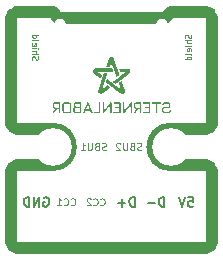
<source format=gbo>
G04 #@! TF.GenerationSoftware,KiCad,Pcbnew,7.0.7*
G04 #@! TF.CreationDate,2024-02-23T22:46:56+01:00*
G04 #@! TF.ProjectId,SL_USB-TypeC-Breakout,534c5f55-5342-42d5-9479-7065432d4272,v1.0*
G04 #@! TF.SameCoordinates,Original*
G04 #@! TF.FileFunction,Legend,Bot*
G04 #@! TF.FilePolarity,Positive*
%FSLAX46Y46*%
G04 Gerber Fmt 4.6, Leading zero omitted, Abs format (unit mm)*
G04 Created by KiCad (PCBNEW 7.0.7) date 2024-02-23 22:46:56*
%MOMM*%
%LPD*%
G01*
G04 APERTURE LIST*
%ADD10C,1.000000*%
%ADD11C,0.150000*%
%ADD12C,0.100000*%
%ADD13C,2.000000*%
%ADD14C,3.200000*%
%ADD15O,1.700000X1.700000*%
%ADD16R,1.700000X1.700000*%
%ADD17C,0.650000*%
%ADD18O,1.000000X2.100000*%
%ADD19O,1.000000X1.800000*%
G04 APERTURE END LIST*
D10*
X103850000Y-49466250D02*
X106850000Y-49466250D01*
X106850000Y-69466200D02*
G75*
G03*
X107350000Y-68966250I0J500000D01*
G01*
X90350000Y-62966250D02*
X90350000Y-68966250D01*
X98850000Y-69466250D02*
X106850000Y-69466250D01*
X103850000Y-59366250D02*
G75*
G03*
X103850000Y-62466250I0J-1550000D01*
G01*
X90850000Y-49466300D02*
G75*
G03*
X90350000Y-49966250I0J-500000D01*
G01*
X103350000Y-49966250D02*
X103850000Y-49466250D01*
X107350050Y-62966250D02*
G75*
G03*
X106850000Y-62466250I-500050J-50D01*
G01*
X107350000Y-49966250D02*
X107350000Y-58966250D01*
X90349950Y-68966250D02*
G75*
G03*
X90850000Y-69466250I500050J50D01*
G01*
X90350064Y-58966240D02*
G75*
G03*
X90850000Y-59366249I466436J70540D01*
G01*
X90850000Y-59366250D02*
X93850000Y-59366250D01*
X90350000Y-58966250D02*
X90350000Y-49966250D01*
X93850000Y-49466250D02*
X94350000Y-49966250D01*
X90850000Y-49466250D02*
X93850000Y-49466250D01*
X106850000Y-59366250D02*
G75*
G03*
X107350000Y-58966250I31800J472750D01*
G01*
X90850000Y-69466250D02*
X98850000Y-69466250D01*
X106850000Y-62466250D02*
X103850000Y-62466250D01*
X106850000Y-59366250D02*
X103850000Y-59366250D01*
X93850000Y-62466250D02*
G75*
G03*
X93850000Y-59366250I0J1550000D01*
G01*
X94350000Y-49966250D02*
X103350000Y-49966250D01*
X90850000Y-62466250D02*
X93850000Y-62466250D01*
X90850000Y-62466300D02*
G75*
G03*
X90350000Y-62966250I0J-500000D01*
G01*
X107350000Y-68966250D02*
X107350000Y-62966250D01*
X107350050Y-49966250D02*
G75*
G03*
X106850000Y-49466250I-500050J-50D01*
G01*
D11*
X93109523Y-65200390D02*
X93185713Y-65162295D01*
X93185713Y-65162295D02*
X93299999Y-65162295D01*
X93299999Y-65162295D02*
X93414285Y-65200390D01*
X93414285Y-65200390D02*
X93490475Y-65276580D01*
X93490475Y-65276580D02*
X93528570Y-65352771D01*
X93528570Y-65352771D02*
X93566666Y-65505152D01*
X93566666Y-65505152D02*
X93566666Y-65619438D01*
X93566666Y-65619438D02*
X93528570Y-65771819D01*
X93528570Y-65771819D02*
X93490475Y-65848009D01*
X93490475Y-65848009D02*
X93414285Y-65924200D01*
X93414285Y-65924200D02*
X93299999Y-65962295D01*
X93299999Y-65962295D02*
X93223808Y-65962295D01*
X93223808Y-65962295D02*
X93109523Y-65924200D01*
X93109523Y-65924200D02*
X93071427Y-65886104D01*
X93071427Y-65886104D02*
X93071427Y-65619438D01*
X93071427Y-65619438D02*
X93223808Y-65619438D01*
X92728570Y-65962295D02*
X92728570Y-65162295D01*
X92728570Y-65162295D02*
X92271427Y-65962295D01*
X92271427Y-65962295D02*
X92271427Y-65162295D01*
X91890475Y-65962295D02*
X91890475Y-65162295D01*
X91890475Y-65162295D02*
X91699999Y-65162295D01*
X91699999Y-65162295D02*
X91585713Y-65200390D01*
X91585713Y-65200390D02*
X91509523Y-65276580D01*
X91509523Y-65276580D02*
X91471428Y-65352771D01*
X91471428Y-65352771D02*
X91433332Y-65505152D01*
X91433332Y-65505152D02*
X91433332Y-65619438D01*
X91433332Y-65619438D02*
X91471428Y-65771819D01*
X91471428Y-65771819D02*
X91509523Y-65848009D01*
X91509523Y-65848009D02*
X91585713Y-65924200D01*
X91585713Y-65924200D02*
X91699999Y-65962295D01*
X91699999Y-65962295D02*
X91890475Y-65962295D01*
D12*
X95399999Y-65815228D02*
X95428571Y-65843800D01*
X95428571Y-65843800D02*
X95514285Y-65872371D01*
X95514285Y-65872371D02*
X95571428Y-65872371D01*
X95571428Y-65872371D02*
X95657142Y-65843800D01*
X95657142Y-65843800D02*
X95714285Y-65786657D01*
X95714285Y-65786657D02*
X95742856Y-65729514D01*
X95742856Y-65729514D02*
X95771428Y-65615228D01*
X95771428Y-65615228D02*
X95771428Y-65529514D01*
X95771428Y-65529514D02*
X95742856Y-65415228D01*
X95742856Y-65415228D02*
X95714285Y-65358085D01*
X95714285Y-65358085D02*
X95657142Y-65300942D01*
X95657142Y-65300942D02*
X95571428Y-65272371D01*
X95571428Y-65272371D02*
X95514285Y-65272371D01*
X95514285Y-65272371D02*
X95428571Y-65300942D01*
X95428571Y-65300942D02*
X95399999Y-65329514D01*
X94799999Y-65815228D02*
X94828571Y-65843800D01*
X94828571Y-65843800D02*
X94914285Y-65872371D01*
X94914285Y-65872371D02*
X94971428Y-65872371D01*
X94971428Y-65872371D02*
X95057142Y-65843800D01*
X95057142Y-65843800D02*
X95114285Y-65786657D01*
X95114285Y-65786657D02*
X95142856Y-65729514D01*
X95142856Y-65729514D02*
X95171428Y-65615228D01*
X95171428Y-65615228D02*
X95171428Y-65529514D01*
X95171428Y-65529514D02*
X95142856Y-65415228D01*
X95142856Y-65415228D02*
X95114285Y-65358085D01*
X95114285Y-65358085D02*
X95057142Y-65300942D01*
X95057142Y-65300942D02*
X94971428Y-65272371D01*
X94971428Y-65272371D02*
X94914285Y-65272371D01*
X94914285Y-65272371D02*
X94828571Y-65300942D01*
X94828571Y-65300942D02*
X94799999Y-65329514D01*
X94228571Y-65872371D02*
X94571428Y-65872371D01*
X94399999Y-65872371D02*
X94399999Y-65272371D01*
X94399999Y-65272371D02*
X94457142Y-65358085D01*
X94457142Y-65358085D02*
X94514285Y-65415228D01*
X94514285Y-65415228D02*
X94571428Y-65443800D01*
D11*
X105352380Y-65162295D02*
X105733332Y-65162295D01*
X105733332Y-65162295D02*
X105771428Y-65543247D01*
X105771428Y-65543247D02*
X105733332Y-65505152D01*
X105733332Y-65505152D02*
X105657142Y-65467057D01*
X105657142Y-65467057D02*
X105466666Y-65467057D01*
X105466666Y-65467057D02*
X105390475Y-65505152D01*
X105390475Y-65505152D02*
X105352380Y-65543247D01*
X105352380Y-65543247D02*
X105314285Y-65619438D01*
X105314285Y-65619438D02*
X105314285Y-65809914D01*
X105314285Y-65809914D02*
X105352380Y-65886104D01*
X105352380Y-65886104D02*
X105390475Y-65924200D01*
X105390475Y-65924200D02*
X105466666Y-65962295D01*
X105466666Y-65962295D02*
X105657142Y-65962295D01*
X105657142Y-65962295D02*
X105733332Y-65924200D01*
X105733332Y-65924200D02*
X105771428Y-65886104D01*
X105085713Y-65162295D02*
X104819046Y-65962295D01*
X104819046Y-65962295D02*
X104552380Y-65162295D01*
X100804761Y-65962295D02*
X100804761Y-65162295D01*
X100804761Y-65162295D02*
X100614285Y-65162295D01*
X100614285Y-65162295D02*
X100499999Y-65200390D01*
X100499999Y-65200390D02*
X100423809Y-65276580D01*
X100423809Y-65276580D02*
X100385714Y-65352771D01*
X100385714Y-65352771D02*
X100347618Y-65505152D01*
X100347618Y-65505152D02*
X100347618Y-65619438D01*
X100347618Y-65619438D02*
X100385714Y-65771819D01*
X100385714Y-65771819D02*
X100423809Y-65848009D01*
X100423809Y-65848009D02*
X100499999Y-65924200D01*
X100499999Y-65924200D02*
X100614285Y-65962295D01*
X100614285Y-65962295D02*
X100804761Y-65962295D01*
X100004761Y-65657533D02*
X99395238Y-65657533D01*
X99699999Y-65962295D02*
X99699999Y-65352771D01*
D12*
X105552300Y-51406727D02*
X105576109Y-51478155D01*
X105576109Y-51478155D02*
X105576109Y-51597203D01*
X105576109Y-51597203D02*
X105552300Y-51644822D01*
X105552300Y-51644822D02*
X105528490Y-51668631D01*
X105528490Y-51668631D02*
X105480871Y-51692441D01*
X105480871Y-51692441D02*
X105433252Y-51692441D01*
X105433252Y-51692441D02*
X105385633Y-51668631D01*
X105385633Y-51668631D02*
X105361823Y-51644822D01*
X105361823Y-51644822D02*
X105338014Y-51597203D01*
X105338014Y-51597203D02*
X105314204Y-51501965D01*
X105314204Y-51501965D02*
X105290395Y-51454346D01*
X105290395Y-51454346D02*
X105266585Y-51430536D01*
X105266585Y-51430536D02*
X105218966Y-51406727D01*
X105218966Y-51406727D02*
X105171347Y-51406727D01*
X105171347Y-51406727D02*
X105123728Y-51430536D01*
X105123728Y-51430536D02*
X105099919Y-51454346D01*
X105099919Y-51454346D02*
X105076109Y-51501965D01*
X105076109Y-51501965D02*
X105076109Y-51621012D01*
X105076109Y-51621012D02*
X105099919Y-51692441D01*
X105576109Y-51906726D02*
X105076109Y-51906726D01*
X105576109Y-52121012D02*
X105314204Y-52121012D01*
X105314204Y-52121012D02*
X105266585Y-52097202D01*
X105266585Y-52097202D02*
X105242776Y-52049583D01*
X105242776Y-52049583D02*
X105242776Y-51978155D01*
X105242776Y-51978155D02*
X105266585Y-51930536D01*
X105266585Y-51930536D02*
X105290395Y-51906726D01*
X105576109Y-52359107D02*
X105242776Y-52359107D01*
X105076109Y-52359107D02*
X105099919Y-52335298D01*
X105099919Y-52335298D02*
X105123728Y-52359107D01*
X105123728Y-52359107D02*
X105099919Y-52382917D01*
X105099919Y-52382917D02*
X105076109Y-52359107D01*
X105076109Y-52359107D02*
X105123728Y-52359107D01*
X105552300Y-52787678D02*
X105576109Y-52740059D01*
X105576109Y-52740059D02*
X105576109Y-52644821D01*
X105576109Y-52644821D02*
X105552300Y-52597202D01*
X105552300Y-52597202D02*
X105504680Y-52573393D01*
X105504680Y-52573393D02*
X105314204Y-52573393D01*
X105314204Y-52573393D02*
X105266585Y-52597202D01*
X105266585Y-52597202D02*
X105242776Y-52644821D01*
X105242776Y-52644821D02*
X105242776Y-52740059D01*
X105242776Y-52740059D02*
X105266585Y-52787678D01*
X105266585Y-52787678D02*
X105314204Y-52811488D01*
X105314204Y-52811488D02*
X105361823Y-52811488D01*
X105361823Y-52811488D02*
X105409442Y-52573393D01*
X105576109Y-53097202D02*
X105552300Y-53049583D01*
X105552300Y-53049583D02*
X105504680Y-53025773D01*
X105504680Y-53025773D02*
X105076109Y-53025773D01*
X105576109Y-53501964D02*
X105076109Y-53501964D01*
X105552300Y-53501964D02*
X105576109Y-53454345D01*
X105576109Y-53454345D02*
X105576109Y-53359107D01*
X105576109Y-53359107D02*
X105552300Y-53311488D01*
X105552300Y-53311488D02*
X105528490Y-53287678D01*
X105528490Y-53287678D02*
X105480871Y-53263869D01*
X105480871Y-53263869D02*
X105338014Y-53263869D01*
X105338014Y-53263869D02*
X105290395Y-53287678D01*
X105290395Y-53287678D02*
X105266585Y-53311488D01*
X105266585Y-53311488D02*
X105242776Y-53359107D01*
X105242776Y-53359107D02*
X105242776Y-53454345D01*
X105242776Y-53454345D02*
X105266585Y-53501964D01*
X97899999Y-65815228D02*
X97928571Y-65843800D01*
X97928571Y-65843800D02*
X98014285Y-65872371D01*
X98014285Y-65872371D02*
X98071428Y-65872371D01*
X98071428Y-65872371D02*
X98157142Y-65843800D01*
X98157142Y-65843800D02*
X98214285Y-65786657D01*
X98214285Y-65786657D02*
X98242856Y-65729514D01*
X98242856Y-65729514D02*
X98271428Y-65615228D01*
X98271428Y-65615228D02*
X98271428Y-65529514D01*
X98271428Y-65529514D02*
X98242856Y-65415228D01*
X98242856Y-65415228D02*
X98214285Y-65358085D01*
X98214285Y-65358085D02*
X98157142Y-65300942D01*
X98157142Y-65300942D02*
X98071428Y-65272371D01*
X98071428Y-65272371D02*
X98014285Y-65272371D01*
X98014285Y-65272371D02*
X97928571Y-65300942D01*
X97928571Y-65300942D02*
X97899999Y-65329514D01*
X97299999Y-65815228D02*
X97328571Y-65843800D01*
X97328571Y-65843800D02*
X97414285Y-65872371D01*
X97414285Y-65872371D02*
X97471428Y-65872371D01*
X97471428Y-65872371D02*
X97557142Y-65843800D01*
X97557142Y-65843800D02*
X97614285Y-65786657D01*
X97614285Y-65786657D02*
X97642856Y-65729514D01*
X97642856Y-65729514D02*
X97671428Y-65615228D01*
X97671428Y-65615228D02*
X97671428Y-65529514D01*
X97671428Y-65529514D02*
X97642856Y-65415228D01*
X97642856Y-65415228D02*
X97614285Y-65358085D01*
X97614285Y-65358085D02*
X97557142Y-65300942D01*
X97557142Y-65300942D02*
X97471428Y-65272371D01*
X97471428Y-65272371D02*
X97414285Y-65272371D01*
X97414285Y-65272371D02*
X97328571Y-65300942D01*
X97328571Y-65300942D02*
X97299999Y-65329514D01*
X97071428Y-65329514D02*
X97042856Y-65300942D01*
X97042856Y-65300942D02*
X96985714Y-65272371D01*
X96985714Y-65272371D02*
X96842856Y-65272371D01*
X96842856Y-65272371D02*
X96785714Y-65300942D01*
X96785714Y-65300942D02*
X96757142Y-65329514D01*
X96757142Y-65329514D02*
X96728571Y-65386657D01*
X96728571Y-65386657D02*
X96728571Y-65443800D01*
X96728571Y-65443800D02*
X96757142Y-65529514D01*
X96757142Y-65529514D02*
X97099999Y-65872371D01*
X97099999Y-65872371D02*
X96728571Y-65872371D01*
D11*
X103304761Y-65962295D02*
X103304761Y-65162295D01*
X103304761Y-65162295D02*
X103114285Y-65162295D01*
X103114285Y-65162295D02*
X102999999Y-65200390D01*
X102999999Y-65200390D02*
X102923809Y-65276580D01*
X102923809Y-65276580D02*
X102885714Y-65352771D01*
X102885714Y-65352771D02*
X102847618Y-65505152D01*
X102847618Y-65505152D02*
X102847618Y-65619438D01*
X102847618Y-65619438D02*
X102885714Y-65771819D01*
X102885714Y-65771819D02*
X102923809Y-65848009D01*
X102923809Y-65848009D02*
X102999999Y-65924200D01*
X102999999Y-65924200D02*
X103114285Y-65962295D01*
X103114285Y-65962295D02*
X103304761Y-65962295D01*
X102504761Y-65657533D02*
X101895238Y-65657533D01*
D12*
X92147700Y-53525772D02*
X92123890Y-53454344D01*
X92123890Y-53454344D02*
X92123890Y-53335296D01*
X92123890Y-53335296D02*
X92147700Y-53287677D01*
X92147700Y-53287677D02*
X92171509Y-53263868D01*
X92171509Y-53263868D02*
X92219128Y-53240058D01*
X92219128Y-53240058D02*
X92266747Y-53240058D01*
X92266747Y-53240058D02*
X92314366Y-53263868D01*
X92314366Y-53263868D02*
X92338176Y-53287677D01*
X92338176Y-53287677D02*
X92361985Y-53335296D01*
X92361985Y-53335296D02*
X92385795Y-53430534D01*
X92385795Y-53430534D02*
X92409604Y-53478153D01*
X92409604Y-53478153D02*
X92433414Y-53501963D01*
X92433414Y-53501963D02*
X92481033Y-53525772D01*
X92481033Y-53525772D02*
X92528652Y-53525772D01*
X92528652Y-53525772D02*
X92576271Y-53501963D01*
X92576271Y-53501963D02*
X92600080Y-53478153D01*
X92600080Y-53478153D02*
X92623890Y-53430534D01*
X92623890Y-53430534D02*
X92623890Y-53311487D01*
X92623890Y-53311487D02*
X92600080Y-53240058D01*
X92123890Y-53025773D02*
X92623890Y-53025773D01*
X92123890Y-52811487D02*
X92385795Y-52811487D01*
X92385795Y-52811487D02*
X92433414Y-52835297D01*
X92433414Y-52835297D02*
X92457223Y-52882916D01*
X92457223Y-52882916D02*
X92457223Y-52954344D01*
X92457223Y-52954344D02*
X92433414Y-53001963D01*
X92433414Y-53001963D02*
X92409604Y-53025773D01*
X92123890Y-52573392D02*
X92457223Y-52573392D01*
X92623890Y-52573392D02*
X92600080Y-52597201D01*
X92600080Y-52597201D02*
X92576271Y-52573392D01*
X92576271Y-52573392D02*
X92600080Y-52549582D01*
X92600080Y-52549582D02*
X92623890Y-52573392D01*
X92623890Y-52573392D02*
X92576271Y-52573392D01*
X92147700Y-52144821D02*
X92123890Y-52192440D01*
X92123890Y-52192440D02*
X92123890Y-52287678D01*
X92123890Y-52287678D02*
X92147700Y-52335297D01*
X92147700Y-52335297D02*
X92195319Y-52359106D01*
X92195319Y-52359106D02*
X92385795Y-52359106D01*
X92385795Y-52359106D02*
X92433414Y-52335297D01*
X92433414Y-52335297D02*
X92457223Y-52287678D01*
X92457223Y-52287678D02*
X92457223Y-52192440D01*
X92457223Y-52192440D02*
X92433414Y-52144821D01*
X92433414Y-52144821D02*
X92385795Y-52121011D01*
X92385795Y-52121011D02*
X92338176Y-52121011D01*
X92338176Y-52121011D02*
X92290557Y-52359106D01*
X92123890Y-51835297D02*
X92147700Y-51882916D01*
X92147700Y-51882916D02*
X92195319Y-51906726D01*
X92195319Y-51906726D02*
X92623890Y-51906726D01*
X92123890Y-51430535D02*
X92623890Y-51430535D01*
X92147700Y-51430535D02*
X92123890Y-51478154D01*
X92123890Y-51478154D02*
X92123890Y-51573392D01*
X92123890Y-51573392D02*
X92147700Y-51621011D01*
X92147700Y-51621011D02*
X92171509Y-51644821D01*
X92171509Y-51644821D02*
X92219128Y-51668630D01*
X92219128Y-51668630D02*
X92361985Y-51668630D01*
X92361985Y-51668630D02*
X92409604Y-51644821D01*
X92409604Y-51644821D02*
X92433414Y-51621011D01*
X92433414Y-51621011D02*
X92457223Y-51573392D01*
X92457223Y-51573392D02*
X92457223Y-51478154D01*
X92457223Y-51478154D02*
X92433414Y-51430535D01*
X98371428Y-61143800D02*
X98285714Y-61172371D01*
X98285714Y-61172371D02*
X98142856Y-61172371D01*
X98142856Y-61172371D02*
X98085714Y-61143800D01*
X98085714Y-61143800D02*
X98057142Y-61115228D01*
X98057142Y-61115228D02*
X98028571Y-61058085D01*
X98028571Y-61058085D02*
X98028571Y-61000942D01*
X98028571Y-61000942D02*
X98057142Y-60943800D01*
X98057142Y-60943800D02*
X98085714Y-60915228D01*
X98085714Y-60915228D02*
X98142856Y-60886657D01*
X98142856Y-60886657D02*
X98257142Y-60858085D01*
X98257142Y-60858085D02*
X98314285Y-60829514D01*
X98314285Y-60829514D02*
X98342856Y-60800942D01*
X98342856Y-60800942D02*
X98371428Y-60743800D01*
X98371428Y-60743800D02*
X98371428Y-60686657D01*
X98371428Y-60686657D02*
X98342856Y-60629514D01*
X98342856Y-60629514D02*
X98314285Y-60600942D01*
X98314285Y-60600942D02*
X98257142Y-60572371D01*
X98257142Y-60572371D02*
X98114285Y-60572371D01*
X98114285Y-60572371D02*
X98028571Y-60600942D01*
X97571427Y-60858085D02*
X97485713Y-60886657D01*
X97485713Y-60886657D02*
X97457142Y-60915228D01*
X97457142Y-60915228D02*
X97428570Y-60972371D01*
X97428570Y-60972371D02*
X97428570Y-61058085D01*
X97428570Y-61058085D02*
X97457142Y-61115228D01*
X97457142Y-61115228D02*
X97485713Y-61143800D01*
X97485713Y-61143800D02*
X97542856Y-61172371D01*
X97542856Y-61172371D02*
X97771427Y-61172371D01*
X97771427Y-61172371D02*
X97771427Y-60572371D01*
X97771427Y-60572371D02*
X97571427Y-60572371D01*
X97571427Y-60572371D02*
X97514285Y-60600942D01*
X97514285Y-60600942D02*
X97485713Y-60629514D01*
X97485713Y-60629514D02*
X97457142Y-60686657D01*
X97457142Y-60686657D02*
X97457142Y-60743800D01*
X97457142Y-60743800D02*
X97485713Y-60800942D01*
X97485713Y-60800942D02*
X97514285Y-60829514D01*
X97514285Y-60829514D02*
X97571427Y-60858085D01*
X97571427Y-60858085D02*
X97771427Y-60858085D01*
X97171427Y-60572371D02*
X97171427Y-61058085D01*
X97171427Y-61058085D02*
X97142856Y-61115228D01*
X97142856Y-61115228D02*
X97114285Y-61143800D01*
X97114285Y-61143800D02*
X97057142Y-61172371D01*
X97057142Y-61172371D02*
X96942856Y-61172371D01*
X96942856Y-61172371D02*
X96885713Y-61143800D01*
X96885713Y-61143800D02*
X96857142Y-61115228D01*
X96857142Y-61115228D02*
X96828570Y-61058085D01*
X96828570Y-61058085D02*
X96828570Y-60572371D01*
X96228571Y-61172371D02*
X96571428Y-61172371D01*
X96399999Y-61172371D02*
X96399999Y-60572371D01*
X96399999Y-60572371D02*
X96457142Y-60658085D01*
X96457142Y-60658085D02*
X96514285Y-60715228D01*
X96514285Y-60715228D02*
X96571428Y-60743800D01*
X101371428Y-61143800D02*
X101285714Y-61172371D01*
X101285714Y-61172371D02*
X101142856Y-61172371D01*
X101142856Y-61172371D02*
X101085714Y-61143800D01*
X101085714Y-61143800D02*
X101057142Y-61115228D01*
X101057142Y-61115228D02*
X101028571Y-61058085D01*
X101028571Y-61058085D02*
X101028571Y-61000942D01*
X101028571Y-61000942D02*
X101057142Y-60943800D01*
X101057142Y-60943800D02*
X101085714Y-60915228D01*
X101085714Y-60915228D02*
X101142856Y-60886657D01*
X101142856Y-60886657D02*
X101257142Y-60858085D01*
X101257142Y-60858085D02*
X101314285Y-60829514D01*
X101314285Y-60829514D02*
X101342856Y-60800942D01*
X101342856Y-60800942D02*
X101371428Y-60743800D01*
X101371428Y-60743800D02*
X101371428Y-60686657D01*
X101371428Y-60686657D02*
X101342856Y-60629514D01*
X101342856Y-60629514D02*
X101314285Y-60600942D01*
X101314285Y-60600942D02*
X101257142Y-60572371D01*
X101257142Y-60572371D02*
X101114285Y-60572371D01*
X101114285Y-60572371D02*
X101028571Y-60600942D01*
X100571427Y-60858085D02*
X100485713Y-60886657D01*
X100485713Y-60886657D02*
X100457142Y-60915228D01*
X100457142Y-60915228D02*
X100428570Y-60972371D01*
X100428570Y-60972371D02*
X100428570Y-61058085D01*
X100428570Y-61058085D02*
X100457142Y-61115228D01*
X100457142Y-61115228D02*
X100485713Y-61143800D01*
X100485713Y-61143800D02*
X100542856Y-61172371D01*
X100542856Y-61172371D02*
X100771427Y-61172371D01*
X100771427Y-61172371D02*
X100771427Y-60572371D01*
X100771427Y-60572371D02*
X100571427Y-60572371D01*
X100571427Y-60572371D02*
X100514285Y-60600942D01*
X100514285Y-60600942D02*
X100485713Y-60629514D01*
X100485713Y-60629514D02*
X100457142Y-60686657D01*
X100457142Y-60686657D02*
X100457142Y-60743800D01*
X100457142Y-60743800D02*
X100485713Y-60800942D01*
X100485713Y-60800942D02*
X100514285Y-60829514D01*
X100514285Y-60829514D02*
X100571427Y-60858085D01*
X100571427Y-60858085D02*
X100771427Y-60858085D01*
X100171427Y-60572371D02*
X100171427Y-61058085D01*
X100171427Y-61058085D02*
X100142856Y-61115228D01*
X100142856Y-61115228D02*
X100114285Y-61143800D01*
X100114285Y-61143800D02*
X100057142Y-61172371D01*
X100057142Y-61172371D02*
X99942856Y-61172371D01*
X99942856Y-61172371D02*
X99885713Y-61143800D01*
X99885713Y-61143800D02*
X99857142Y-61115228D01*
X99857142Y-61115228D02*
X99828570Y-61058085D01*
X99828570Y-61058085D02*
X99828570Y-60572371D01*
X99571428Y-60629514D02*
X99542856Y-60600942D01*
X99542856Y-60600942D02*
X99485714Y-60572371D01*
X99485714Y-60572371D02*
X99342856Y-60572371D01*
X99342856Y-60572371D02*
X99285714Y-60600942D01*
X99285714Y-60600942D02*
X99257142Y-60629514D01*
X99257142Y-60629514D02*
X99228571Y-60686657D01*
X99228571Y-60686657D02*
X99228571Y-60743800D01*
X99228571Y-60743800D02*
X99257142Y-60829514D01*
X99257142Y-60829514D02*
X99599999Y-61172371D01*
X99599999Y-61172371D02*
X99228571Y-61172371D01*
G36*
X97842936Y-57139012D02*
G01*
X97858513Y-57141759D01*
X97871185Y-57147343D01*
X97881116Y-57155850D01*
X97888468Y-57167365D01*
X97893997Y-57179158D01*
X97894605Y-57592284D01*
X97894616Y-57600441D01*
X97894686Y-57656867D01*
X97894727Y-57709164D01*
X97894741Y-57757351D01*
X97894727Y-57801448D01*
X97894686Y-57841475D01*
X97894616Y-57877453D01*
X97894519Y-57909399D01*
X97894393Y-57937335D01*
X97894239Y-57961281D01*
X97894058Y-57981255D01*
X97893847Y-57997278D01*
X97893609Y-58009370D01*
X97893342Y-58017550D01*
X97893046Y-58021838D01*
X97890745Y-58033549D01*
X97885417Y-58046857D01*
X97877470Y-58057035D01*
X97866777Y-58064232D01*
X97853210Y-58068599D01*
X97852783Y-58068659D01*
X97848552Y-58068891D01*
X97840514Y-58069109D01*
X97828944Y-58069310D01*
X97814120Y-58069492D01*
X97796318Y-58069655D01*
X97775813Y-58069795D01*
X97752882Y-58069912D01*
X97727802Y-58070004D01*
X97700848Y-58070069D01*
X97672298Y-58070105D01*
X97642426Y-58070111D01*
X97611511Y-58070084D01*
X97378850Y-58069767D01*
X97366611Y-58063507D01*
X97366260Y-58063326D01*
X97355235Y-58055574D01*
X97347264Y-58045314D01*
X97342300Y-58032419D01*
X97340293Y-58016764D01*
X97341194Y-57998225D01*
X97343011Y-57988306D01*
X97347840Y-57976447D01*
X97355586Y-57967118D01*
X97366610Y-57959770D01*
X97378849Y-57953510D01*
X97776649Y-57952352D01*
X97777194Y-57564717D01*
X97777740Y-57177082D01*
X97782065Y-57167740D01*
X97784407Y-57163322D01*
X97792998Y-57152899D01*
X97804425Y-57145157D01*
X97818257Y-57140336D01*
X97834067Y-57138676D01*
X97842936Y-57139012D01*
G37*
G36*
X102527346Y-57140987D02*
G01*
X102567108Y-57141017D01*
X102610764Y-57141073D01*
X102658443Y-57141154D01*
X102998909Y-57141790D01*
X103007471Y-57146370D01*
X103016487Y-57152317D01*
X103024508Y-57161066D01*
X103029764Y-57172041D01*
X103032451Y-57185679D01*
X103032766Y-57202417D01*
X103032470Y-57207605D01*
X103030771Y-57220756D01*
X103027608Y-57230950D01*
X103022666Y-57238981D01*
X103015630Y-57245645D01*
X103013508Y-57247248D01*
X103010729Y-57249191D01*
X103007821Y-57250858D01*
X103004473Y-57252269D01*
X103000377Y-57253445D01*
X102995224Y-57254409D01*
X102988703Y-57255181D01*
X102980505Y-57255783D01*
X102970321Y-57256236D01*
X102957841Y-57256560D01*
X102942757Y-57256778D01*
X102924758Y-57256911D01*
X102903535Y-57256979D01*
X102878780Y-57257004D01*
X102850181Y-57257008D01*
X102711456Y-57257008D01*
X102710899Y-57643813D01*
X102710343Y-58030617D01*
X102704083Y-58042857D01*
X102703111Y-58044675D01*
X102694627Y-58055877D01*
X102683494Y-58063887D01*
X102669768Y-58068663D01*
X102662276Y-58069628D01*
X102650534Y-58069758D01*
X102638345Y-58068705D01*
X102627675Y-58066568D01*
X102621104Y-58063722D01*
X102612200Y-58057297D01*
X102604228Y-58048900D01*
X102598425Y-58039665D01*
X102594087Y-58030322D01*
X102592995Y-57257008D01*
X102446546Y-57257008D01*
X102418547Y-57257005D01*
X102394321Y-57256975D01*
X102373562Y-57256890D01*
X102355969Y-57256723D01*
X102341238Y-57256446D01*
X102329065Y-57256032D01*
X102319147Y-57255453D01*
X102311182Y-57254681D01*
X102304865Y-57253689D01*
X102299894Y-57252450D01*
X102295966Y-57250935D01*
X102292776Y-57249118D01*
X102290022Y-57246970D01*
X102287401Y-57244464D01*
X102284609Y-57241572D01*
X102280496Y-57236741D01*
X102274609Y-57226158D01*
X102271328Y-57213426D01*
X102270424Y-57197842D01*
X102270514Y-57193836D01*
X102271643Y-57181169D01*
X102274311Y-57171173D01*
X102278898Y-57162790D01*
X102285782Y-57154961D01*
X102292503Y-57149095D01*
X102299118Y-57145243D01*
X102306868Y-57142906D01*
X102307121Y-57142857D01*
X102310189Y-57142530D01*
X102315608Y-57142236D01*
X102323505Y-57141975D01*
X102334009Y-57141745D01*
X102347248Y-57141548D01*
X102363353Y-57141380D01*
X102382451Y-57141243D01*
X102404671Y-57141136D01*
X102430142Y-57141057D01*
X102458992Y-57141006D01*
X102491351Y-57140983D01*
X102527346Y-57140987D01*
G37*
G36*
X101921328Y-57138677D02*
G01*
X101950388Y-57138700D01*
X101976095Y-57138750D01*
X101998672Y-57138838D01*
X102018339Y-57138972D01*
X102035317Y-57139163D01*
X102049828Y-57139421D01*
X102062093Y-57139755D01*
X102072332Y-57140175D01*
X102080768Y-57140691D01*
X102087620Y-57141313D01*
X102093111Y-57142051D01*
X102097461Y-57142914D01*
X102100892Y-57143912D01*
X102103625Y-57145055D01*
X102105880Y-57146353D01*
X102107879Y-57147815D01*
X102109843Y-57149452D01*
X102111993Y-57151273D01*
X102113794Y-57152875D01*
X102119786Y-57159500D01*
X102124449Y-57166384D01*
X102129060Y-57175006D01*
X102129672Y-57599550D01*
X102129722Y-57636658D01*
X102129779Y-57687511D01*
X102129815Y-57734390D01*
X102129831Y-57777399D01*
X102129825Y-57816645D01*
X102129798Y-57852233D01*
X102129749Y-57884268D01*
X102129677Y-57912856D01*
X102129582Y-57938101D01*
X102129464Y-57960110D01*
X102129322Y-57978987D01*
X102129157Y-57994839D01*
X102128966Y-58007770D01*
X102128751Y-58017886D01*
X102128510Y-58025293D01*
X102128243Y-58030095D01*
X102127950Y-58032398D01*
X102122468Y-58045130D01*
X102113663Y-58055925D01*
X102102116Y-58063882D01*
X102088273Y-58068597D01*
X102085517Y-58068802D01*
X102078763Y-58069014D01*
X102068357Y-58069212D01*
X102054558Y-58069394D01*
X102037629Y-58069559D01*
X102017829Y-58069705D01*
X101995419Y-58069831D01*
X101970662Y-58069935D01*
X101943816Y-58070016D01*
X101915143Y-58070073D01*
X101884905Y-58070104D01*
X101853361Y-58070107D01*
X101820772Y-58070082D01*
X101562309Y-58069767D01*
X101550355Y-58063897D01*
X101545481Y-58061228D01*
X101534958Y-58052681D01*
X101527585Y-58041709D01*
X101523247Y-58028099D01*
X101521827Y-58011638D01*
X101522032Y-58005003D01*
X101524553Y-57989656D01*
X101530036Y-57977079D01*
X101538598Y-57967058D01*
X101550355Y-57959380D01*
X101562309Y-57953510D01*
X101788075Y-57952938D01*
X102013841Y-57952365D01*
X102013841Y-57659939D01*
X101869040Y-57659328D01*
X101724238Y-57658716D01*
X101712283Y-57652846D01*
X101705912Y-57649242D01*
X101695977Y-57640658D01*
X101689080Y-57629703D01*
X101685060Y-57616078D01*
X101683756Y-57599481D01*
X101683889Y-57594369D01*
X101686353Y-57578732D01*
X101691943Y-57565808D01*
X101700683Y-57555551D01*
X101712598Y-57547918D01*
X101724238Y-57542460D01*
X101869040Y-57541874D01*
X102013841Y-57541287D01*
X102013841Y-57254932D01*
X101788855Y-57254932D01*
X101773228Y-57254933D01*
X101738555Y-57254937D01*
X101707701Y-57254934D01*
X101680428Y-57254911D01*
X101656501Y-57254857D01*
X101635685Y-57254759D01*
X101617743Y-57254605D01*
X101602440Y-57254382D01*
X101589540Y-57254078D01*
X101578807Y-57253680D01*
X101570006Y-57253178D01*
X101562899Y-57252557D01*
X101557252Y-57251806D01*
X101552829Y-57250913D01*
X101549394Y-57249864D01*
X101546710Y-57248649D01*
X101544543Y-57247254D01*
X101542656Y-57245667D01*
X101540813Y-57243876D01*
X101538780Y-57241869D01*
X101533662Y-57236553D01*
X101528343Y-57229122D01*
X101525035Y-57220916D01*
X101523341Y-57210837D01*
X101522865Y-57197786D01*
X101522901Y-57191630D01*
X101523230Y-57183306D01*
X101524077Y-57177195D01*
X101525653Y-57172060D01*
X101528168Y-57166665D01*
X101529352Y-57164506D01*
X101537808Y-57153756D01*
X101548763Y-57145660D01*
X101561284Y-57140943D01*
X101563506Y-57140661D01*
X101569435Y-57140306D01*
X101578753Y-57139987D01*
X101591539Y-57139705D01*
X101607868Y-57139459D01*
X101627815Y-57139247D01*
X101651458Y-57139070D01*
X101678872Y-57138926D01*
X101710134Y-57138815D01*
X101745319Y-57138737D01*
X101784503Y-57138691D01*
X101827764Y-57138676D01*
X101852269Y-57138674D01*
X101888696Y-57138672D01*
X101921328Y-57138677D01*
G37*
G36*
X100525704Y-57140535D02*
G01*
X100539158Y-57145278D01*
X100550551Y-57152848D01*
X100559325Y-57162909D01*
X100564921Y-57175121D01*
X100565176Y-57176227D01*
X100565510Y-57178544D01*
X100565816Y-57181900D01*
X100566095Y-57186459D01*
X100566349Y-57192386D01*
X100566580Y-57199844D01*
X100566787Y-57208996D01*
X100566972Y-57220007D01*
X100567136Y-57233040D01*
X100567281Y-57248260D01*
X100567407Y-57265830D01*
X100567516Y-57285913D01*
X100567608Y-57308674D01*
X100567686Y-57334277D01*
X100567749Y-57362884D01*
X100567800Y-57394661D01*
X100567839Y-57429771D01*
X100567867Y-57468378D01*
X100567886Y-57510645D01*
X100567896Y-57556736D01*
X100567899Y-57606816D01*
X100567899Y-58028246D01*
X100563127Y-58038601D01*
X100558597Y-58046924D01*
X100549904Y-58057106D01*
X100538758Y-58064246D01*
X100524628Y-58068759D01*
X100522492Y-58069143D01*
X100512514Y-58069834D01*
X100501244Y-58069350D01*
X100490472Y-58067834D01*
X100481992Y-58065424D01*
X100472238Y-58059615D01*
X100462988Y-58050546D01*
X100456052Y-58039665D01*
X100451643Y-58030322D01*
X100449567Y-57366634D01*
X100260650Y-57610107D01*
X100248340Y-57625972D01*
X100224956Y-57656111D01*
X100201452Y-57686409D01*
X100178049Y-57716578D01*
X100154970Y-57746333D01*
X100132436Y-57775386D01*
X100110671Y-57803451D01*
X100089896Y-57830242D01*
X100070333Y-57855472D01*
X100052205Y-57878855D01*
X100035734Y-57900103D01*
X100021142Y-57918931D01*
X100008651Y-57935052D01*
X99998484Y-57948179D01*
X99988616Y-57960894D01*
X99975260Y-57978007D01*
X99962602Y-57994118D01*
X99950905Y-58008899D01*
X99940429Y-58022024D01*
X99931436Y-58033165D01*
X99924187Y-58041995D01*
X99918945Y-58048187D01*
X99915971Y-58051413D01*
X99908981Y-58057394D01*
X99897665Y-58064430D01*
X99885599Y-58068326D01*
X99871534Y-58069591D01*
X99861220Y-58069186D01*
X99848254Y-58066611D01*
X99837489Y-58061401D01*
X99828104Y-58053247D01*
X99826530Y-58051637D01*
X99824940Y-58050144D01*
X99823482Y-58048763D01*
X99822150Y-58047325D01*
X99820938Y-58045658D01*
X99819841Y-58043592D01*
X99818853Y-58040957D01*
X99817968Y-58037581D01*
X99817181Y-58033295D01*
X99816486Y-58027927D01*
X99815878Y-58021307D01*
X99815350Y-58013265D01*
X99814898Y-58003629D01*
X99814515Y-57992230D01*
X99814196Y-57978896D01*
X99813935Y-57963458D01*
X99813727Y-57945744D01*
X99813565Y-57925584D01*
X99813445Y-57902807D01*
X99813361Y-57877243D01*
X99813306Y-57848721D01*
X99813276Y-57817070D01*
X99813264Y-57782121D01*
X99813266Y-57743702D01*
X99813275Y-57701642D01*
X99813285Y-57655772D01*
X99813292Y-57605920D01*
X99813294Y-57588399D01*
X99813308Y-57547434D01*
X99813334Y-57507603D01*
X99813371Y-57469107D01*
X99813419Y-57432148D01*
X99813477Y-57396926D01*
X99813545Y-57363644D01*
X99813622Y-57332501D01*
X99813707Y-57303699D01*
X99813799Y-57277440D01*
X99813898Y-57253925D01*
X99814004Y-57233354D01*
X99814116Y-57215929D01*
X99814233Y-57201852D01*
X99814354Y-57191323D01*
X99814479Y-57184544D01*
X99814608Y-57181715D01*
X99815605Y-57177882D01*
X99818526Y-57170545D01*
X99822370Y-57163224D01*
X99827479Y-57156177D01*
X99837533Y-57147563D01*
X99850193Y-57141980D01*
X99865709Y-57139292D01*
X99874917Y-57139037D01*
X99890833Y-57141092D01*
X99904427Y-57146410D01*
X99915522Y-57154909D01*
X99923939Y-57166505D01*
X99928488Y-57175006D01*
X99929526Y-57509398D01*
X99930564Y-57843789D01*
X100192141Y-57506643D01*
X100207546Y-57486795D01*
X100232961Y-57454074D01*
X100257711Y-57422245D01*
X100281669Y-57391466D01*
X100304711Y-57361897D01*
X100326712Y-57333698D01*
X100347547Y-57307027D01*
X100367090Y-57282045D01*
X100385218Y-57258911D01*
X100401804Y-57237785D01*
X100416724Y-57218825D01*
X100429853Y-57202192D01*
X100441065Y-57188045D01*
X100450236Y-57176543D01*
X100457241Y-57167847D01*
X100461954Y-57162114D01*
X100464251Y-57159506D01*
X100468048Y-57156046D01*
X100480162Y-57147136D01*
X100492413Y-57141664D01*
X100505708Y-57139183D01*
X100510748Y-57138960D01*
X100525704Y-57140535D01*
G37*
G36*
X98964677Y-54416359D02*
G01*
X98971924Y-54437364D01*
X98979572Y-54459623D01*
X98986694Y-54480445D01*
X98993184Y-54499520D01*
X98998938Y-54516537D01*
X99003852Y-54531185D01*
X99007821Y-54543154D01*
X99010740Y-54552133D01*
X99012505Y-54557811D01*
X99013012Y-54559879D01*
X99011874Y-54559936D01*
X99006834Y-54560024D01*
X98997911Y-54560120D01*
X98985262Y-54560225D01*
X98969042Y-54560338D01*
X98949408Y-54560458D01*
X98926516Y-54560584D01*
X98900521Y-54560717D01*
X98871580Y-54560854D01*
X98839849Y-54560996D01*
X98805484Y-54561141D01*
X98768641Y-54561290D01*
X98729476Y-54561441D01*
X98688146Y-54561595D01*
X98644806Y-54561749D01*
X98599613Y-54561904D01*
X98552722Y-54562059D01*
X98504289Y-54562213D01*
X98454472Y-54562365D01*
X98403425Y-54562516D01*
X98351305Y-54562664D01*
X98289569Y-54562840D01*
X98221505Y-54563047D01*
X98157439Y-54563257D01*
X98097381Y-54563468D01*
X98041340Y-54563682D01*
X97989326Y-54563897D01*
X97941349Y-54564115D01*
X97897418Y-54564334D01*
X97857543Y-54564556D01*
X97821733Y-54564779D01*
X97789998Y-54565003D01*
X97762347Y-54565230D01*
X97738791Y-54565458D01*
X97719339Y-54565687D01*
X97704001Y-54565918D01*
X97692785Y-54566151D01*
X97685703Y-54566385D01*
X97682763Y-54566620D01*
X97677709Y-54568656D01*
X97675197Y-54571989D01*
X97676540Y-54576500D01*
X97681725Y-54582404D01*
X97683123Y-54583597D01*
X97687778Y-54587372D01*
X97695326Y-54593394D01*
X97705536Y-54601483D01*
X97718180Y-54611459D01*
X97733028Y-54623143D01*
X97749852Y-54636353D01*
X97768423Y-54650910D01*
X97788511Y-54666635D01*
X97809888Y-54683347D01*
X97832324Y-54700866D01*
X97855590Y-54719013D01*
X97872029Y-54731830D01*
X97894625Y-54749459D01*
X97916184Y-54766292D01*
X97936483Y-54782154D01*
X97955297Y-54796869D01*
X97972402Y-54810262D01*
X97987575Y-54822156D01*
X98000592Y-54832378D01*
X98011228Y-54840750D01*
X98019260Y-54847098D01*
X98024463Y-54851247D01*
X98026614Y-54853020D01*
X98026727Y-54853129D01*
X98027416Y-54853968D01*
X98027853Y-54855117D01*
X98027946Y-54856851D01*
X98027603Y-54859447D01*
X98026733Y-54863180D01*
X98025246Y-54868326D01*
X98023049Y-54875160D01*
X98020052Y-54883959D01*
X98016163Y-54894998D01*
X98011291Y-54908553D01*
X98005345Y-54924900D01*
X97998233Y-54944314D01*
X97989865Y-54967071D01*
X97980149Y-54993447D01*
X97974134Y-55009772D01*
X97966023Y-55031779D01*
X97958406Y-55052444D01*
X97951401Y-55071447D01*
X97945125Y-55088469D01*
X97939697Y-55103190D01*
X97935233Y-55115293D01*
X97931852Y-55124456D01*
X97929671Y-55130362D01*
X97928808Y-55132691D01*
X97927742Y-55133998D01*
X97924410Y-55133320D01*
X97923191Y-55132486D01*
X97918757Y-55129239D01*
X97911381Y-55123741D01*
X97901278Y-55116153D01*
X97888660Y-55106638D01*
X97873741Y-55095359D01*
X97856734Y-55082478D01*
X97837851Y-55068158D01*
X97817307Y-55052562D01*
X97795315Y-55035851D01*
X97772087Y-55018189D01*
X97747837Y-54999738D01*
X97722778Y-54980661D01*
X97697123Y-54961120D01*
X97671086Y-54941278D01*
X97644879Y-54921297D01*
X97618717Y-54901341D01*
X97592812Y-54881571D01*
X97567377Y-54862150D01*
X97542626Y-54843241D01*
X97518771Y-54825006D01*
X97496027Y-54807608D01*
X97474606Y-54791209D01*
X97454721Y-54775973D01*
X97436586Y-54762061D01*
X97420414Y-54749636D01*
X97406418Y-54738861D01*
X97394811Y-54729899D01*
X97385807Y-54722911D01*
X97379619Y-54718061D01*
X97376460Y-54715511D01*
X97361335Y-54701916D01*
X97338649Y-54678676D01*
X97318727Y-54654522D01*
X97301891Y-54629898D01*
X97288467Y-54605252D01*
X97278777Y-54581029D01*
X97272201Y-54555241D01*
X97268550Y-54525874D01*
X97268552Y-54495996D01*
X97272085Y-54466109D01*
X97279027Y-54436714D01*
X97289259Y-54408313D01*
X97302657Y-54381408D01*
X97319102Y-54356501D01*
X97338471Y-54334092D01*
X97353595Y-54320241D01*
X97377413Y-54303118D01*
X97403358Y-54289466D01*
X97431046Y-54279510D01*
X97447654Y-54274818D01*
X98915394Y-54273788D01*
X98964677Y-54416359D01*
G37*
G36*
X98804691Y-57140535D02*
G01*
X98818144Y-57145278D01*
X98829537Y-57152848D01*
X98838311Y-57162909D01*
X98843908Y-57175121D01*
X98844163Y-57176227D01*
X98844496Y-57178544D01*
X98844802Y-57181900D01*
X98845082Y-57186459D01*
X98845336Y-57192386D01*
X98845566Y-57199844D01*
X98845773Y-57208996D01*
X98845958Y-57220007D01*
X98846123Y-57233040D01*
X98846267Y-57248260D01*
X98846393Y-57265830D01*
X98846502Y-57285913D01*
X98846595Y-57308674D01*
X98846672Y-57334277D01*
X98846736Y-57362884D01*
X98846786Y-57394661D01*
X98846825Y-57429771D01*
X98846853Y-57468378D01*
X98846872Y-57510645D01*
X98846883Y-57556736D01*
X98846886Y-57606816D01*
X98846886Y-58028246D01*
X98842113Y-58038601D01*
X98837584Y-58046924D01*
X98828891Y-58057106D01*
X98817744Y-58064246D01*
X98803614Y-58068759D01*
X98801478Y-58069143D01*
X98791501Y-58069834D01*
X98780230Y-58069350D01*
X98769459Y-58067834D01*
X98760979Y-58065424D01*
X98751225Y-58059615D01*
X98741974Y-58050546D01*
X98735039Y-58039665D01*
X98730629Y-58030322D01*
X98728553Y-57366654D01*
X98468014Y-57702634D01*
X98453459Y-57721399D01*
X98428079Y-57754098D01*
X98403362Y-57785915D01*
X98379434Y-57816691D01*
X98356420Y-57846264D01*
X98334445Y-57874476D01*
X98313634Y-57901164D01*
X98294112Y-57926171D01*
X98276005Y-57949335D01*
X98259437Y-57970496D01*
X98244535Y-57989495D01*
X98231422Y-58006170D01*
X98220225Y-58020363D01*
X98211069Y-58031913D01*
X98204078Y-58040659D01*
X98199378Y-58046443D01*
X98197094Y-58049103D01*
X98188129Y-58057212D01*
X98176832Y-58064330D01*
X98164661Y-58068296D01*
X98150520Y-58069591D01*
X98140207Y-58069186D01*
X98127241Y-58066611D01*
X98116476Y-58061401D01*
X98107091Y-58053247D01*
X98105453Y-58051576D01*
X98103870Y-58050093D01*
X98102419Y-58048717D01*
X98101093Y-58047276D01*
X98099887Y-58045601D01*
X98098795Y-58043521D01*
X98097811Y-58040866D01*
X98096931Y-58037466D01*
X98096147Y-58033150D01*
X98095456Y-58027748D01*
X98094850Y-58021090D01*
X98094325Y-58013004D01*
X98093874Y-58003322D01*
X98093492Y-57991872D01*
X98093174Y-57978485D01*
X98092914Y-57962989D01*
X98092706Y-57945216D01*
X98092544Y-57924993D01*
X98092424Y-57902151D01*
X98092338Y-57876520D01*
X98092283Y-57847930D01*
X98092251Y-57816209D01*
X98092238Y-57781188D01*
X98092237Y-57742696D01*
X98092244Y-57700563D01*
X98092252Y-57654619D01*
X98092256Y-57604693D01*
X98092256Y-57591411D01*
X98092253Y-57542834D01*
X98092250Y-57498192D01*
X98092252Y-57457314D01*
X98092262Y-57420026D01*
X98092285Y-57386157D01*
X98092325Y-57355534D01*
X98092386Y-57327986D01*
X98092473Y-57303340D01*
X98092589Y-57281424D01*
X98092739Y-57262066D01*
X98092928Y-57245094D01*
X98093159Y-57230335D01*
X98093437Y-57217617D01*
X98093766Y-57206769D01*
X98094150Y-57197618D01*
X98094594Y-57189992D01*
X98095101Y-57183718D01*
X98095676Y-57178625D01*
X98096324Y-57174541D01*
X98097048Y-57171293D01*
X98097853Y-57168709D01*
X98098742Y-57166617D01*
X98099721Y-57164844D01*
X98100794Y-57163220D01*
X98101964Y-57161571D01*
X98103236Y-57159725D01*
X98106993Y-57155030D01*
X98116511Y-57147623D01*
X98128311Y-57142436D01*
X98141544Y-57139540D01*
X98155357Y-57139008D01*
X98168901Y-57140909D01*
X98181324Y-57145317D01*
X98191777Y-57152301D01*
X98194146Y-57154609D01*
X98199656Y-57161102D01*
X98203628Y-57167270D01*
X98203638Y-57167290D01*
X98204140Y-57168432D01*
X98204597Y-57169866D01*
X98205013Y-57171787D01*
X98205389Y-57174387D01*
X98205730Y-57177859D01*
X98206037Y-57182395D01*
X98206314Y-57188190D01*
X98206563Y-57195435D01*
X98206786Y-57204325D01*
X98206987Y-57215050D01*
X98207169Y-57227806D01*
X98207334Y-57242784D01*
X98207484Y-57260178D01*
X98207624Y-57280180D01*
X98207754Y-57302983D01*
X98207879Y-57328781D01*
X98208001Y-57357766D01*
X98208123Y-57390131D01*
X98208246Y-57426070D01*
X98208375Y-57465775D01*
X98208512Y-57509438D01*
X98209550Y-57843871D01*
X98471128Y-57506691D01*
X98486545Y-57486825D01*
X98511959Y-57454102D01*
X98536707Y-57422271D01*
X98560665Y-57391490D01*
X98583706Y-57361919D01*
X98605706Y-57333718D01*
X98626539Y-57307046D01*
X98646082Y-57282063D01*
X98664209Y-57258927D01*
X98680794Y-57237799D01*
X98695713Y-57218838D01*
X98708841Y-57202204D01*
X98720053Y-57188056D01*
X98729223Y-57176553D01*
X98736228Y-57167855D01*
X98740941Y-57162122D01*
X98743238Y-57159513D01*
X98747036Y-57156049D01*
X98759147Y-57147138D01*
X98771397Y-57141665D01*
X98784694Y-57139183D01*
X98789735Y-57138960D01*
X98804691Y-57140535D01*
G37*
G36*
X99206459Y-57138934D02*
G01*
X99238208Y-57138996D01*
X99273673Y-57139075D01*
X99313072Y-57139163D01*
X99573490Y-57139714D01*
X99585634Y-57145676D01*
X99588939Y-57147440D01*
X99599595Y-57155837D01*
X99607190Y-57166966D01*
X99611835Y-57180974D01*
X99611844Y-57181019D01*
X99612133Y-57184264D01*
X99612396Y-57190907D01*
X99612632Y-57201002D01*
X99612842Y-57214602D01*
X99613026Y-57231762D01*
X99613184Y-57252534D01*
X99613317Y-57276974D01*
X99613425Y-57305134D01*
X99613507Y-57337069D01*
X99613565Y-57372833D01*
X99613597Y-57412479D01*
X99613605Y-57456062D01*
X99613589Y-57503635D01*
X99613549Y-57555253D01*
X99613485Y-57610968D01*
X99613461Y-57629318D01*
X99613396Y-57677004D01*
X99613332Y-57720772D01*
X99613267Y-57760794D01*
X99613201Y-57797240D01*
X99613130Y-57830284D01*
X99613053Y-57860095D01*
X99612969Y-57886846D01*
X99612875Y-57910708D01*
X99612771Y-57931852D01*
X99612654Y-57950451D01*
X99612522Y-57966676D01*
X99612375Y-57980698D01*
X99612209Y-57992689D01*
X99612024Y-58002821D01*
X99611818Y-58011264D01*
X99611589Y-58018191D01*
X99611335Y-58023773D01*
X99611054Y-58028181D01*
X99610746Y-58031588D01*
X99610408Y-58034164D01*
X99610038Y-58036082D01*
X99609634Y-58037512D01*
X99609196Y-58038627D01*
X99606179Y-58044405D01*
X99597135Y-58055668D01*
X99585506Y-58063882D01*
X99571774Y-58068660D01*
X99569052Y-58068858D01*
X99562337Y-58069062D01*
X99551970Y-58069250D01*
X99538210Y-58069423D01*
X99521317Y-58069579D01*
X99501552Y-58069716D01*
X99479175Y-58069833D01*
X99454447Y-58069928D01*
X99427628Y-58070001D01*
X99398978Y-58070050D01*
X99368757Y-58070073D01*
X99337227Y-58070070D01*
X99304646Y-58070039D01*
X99273306Y-58069991D01*
X99237437Y-58069925D01*
X99205350Y-58069848D01*
X99176838Y-58069759D01*
X99151694Y-58069654D01*
X99129712Y-58069531D01*
X99110685Y-58069388D01*
X99094406Y-58069222D01*
X99080670Y-58069031D01*
X99069269Y-58068811D01*
X99059997Y-58068561D01*
X99052648Y-58068278D01*
X99047015Y-58067959D01*
X99042891Y-58067603D01*
X99040071Y-58067205D01*
X99038346Y-58066764D01*
X99030745Y-58063173D01*
X99020004Y-58054631D01*
X99011942Y-58043265D01*
X99006816Y-58029489D01*
X99004889Y-58013714D01*
X99005290Y-58001801D01*
X99007715Y-57989006D01*
X99012563Y-57978375D01*
X99020127Y-57969045D01*
X99021781Y-57967353D01*
X99023860Y-57965158D01*
X99025821Y-57963209D01*
X99027900Y-57961490D01*
X99030335Y-57959988D01*
X99033364Y-57958685D01*
X99037223Y-57957568D01*
X99042150Y-57956621D01*
X99048381Y-57955829D01*
X99056155Y-57955176D01*
X99065709Y-57954648D01*
X99077279Y-57954229D01*
X99091103Y-57953904D01*
X99107418Y-57953658D01*
X99126462Y-57953476D01*
X99148472Y-57953342D01*
X99173684Y-57953241D01*
X99202337Y-57953159D01*
X99234667Y-57953079D01*
X99270911Y-57952987D01*
X99495640Y-57952382D01*
X99495640Y-57659940D01*
X99208112Y-57658716D01*
X99195746Y-57652488D01*
X99189748Y-57649137D01*
X99179977Y-57641239D01*
X99173143Y-57631280D01*
X99168522Y-57618352D01*
X99166637Y-57608614D01*
X99166240Y-57592713D01*
X99169235Y-57578113D01*
X99175434Y-57565288D01*
X99184649Y-57554715D01*
X99196694Y-57546869D01*
X99197165Y-57546648D01*
X99199048Y-57545824D01*
X99201106Y-57545114D01*
X99203646Y-57544508D01*
X99206973Y-57543996D01*
X99211394Y-57543569D01*
X99217213Y-57543215D01*
X99224737Y-57542926D01*
X99234272Y-57542692D01*
X99246124Y-57542502D01*
X99260598Y-57542347D01*
X99278000Y-57542216D01*
X99298637Y-57542100D01*
X99322814Y-57541989D01*
X99350838Y-57541874D01*
X99495640Y-57541287D01*
X99495640Y-57254932D01*
X99270911Y-57254841D01*
X99265433Y-57254839D01*
X99229377Y-57254813D01*
X99197230Y-57254771D01*
X99168775Y-57254709D01*
X99143801Y-57254624D01*
X99122093Y-57254515D01*
X99103436Y-57254378D01*
X99087618Y-57254211D01*
X99074424Y-57254010D01*
X99063641Y-57253775D01*
X99055054Y-57253501D01*
X99048449Y-57253186D01*
X99043614Y-57252828D01*
X99040333Y-57252423D01*
X99038394Y-57251970D01*
X99030419Y-57248358D01*
X99019550Y-57239998D01*
X99011565Y-57228834D01*
X99006629Y-57215128D01*
X99004907Y-57199142D01*
X99005401Y-57187738D01*
X99008077Y-57174053D01*
X99013276Y-57162843D01*
X99021225Y-57153471D01*
X99021592Y-57153131D01*
X99023773Y-57151036D01*
X99025742Y-57149151D01*
X99027717Y-57147467D01*
X99029916Y-57145972D01*
X99032558Y-57144656D01*
X99035861Y-57143507D01*
X99040043Y-57142516D01*
X99045322Y-57141671D01*
X99051916Y-57140963D01*
X99060044Y-57140379D01*
X99069923Y-57139910D01*
X99081773Y-57139545D01*
X99095811Y-57139273D01*
X99112255Y-57139083D01*
X99131323Y-57138965D01*
X99153235Y-57138908D01*
X99178207Y-57138901D01*
X99206459Y-57138934D01*
G37*
G36*
X97141920Y-57766266D02*
G01*
X97154425Y-57797070D01*
X97166355Y-57826477D01*
X97177622Y-57854271D01*
X97188137Y-57880232D01*
X97197811Y-57904144D01*
X97206556Y-57925789D01*
X97214283Y-57944949D01*
X97220903Y-57961407D01*
X97226327Y-57974944D01*
X97230468Y-57985344D01*
X97233237Y-57992388D01*
X97234544Y-57995859D01*
X97234742Y-57996469D01*
X97236445Y-58005544D01*
X97236815Y-58016244D01*
X97235892Y-58026704D01*
X97233715Y-58035060D01*
X97228523Y-58044062D01*
X97218716Y-58053767D01*
X97205369Y-58061653D01*
X97188642Y-58067604D01*
X97186600Y-58068150D01*
X97179211Y-58069899D01*
X97173526Y-58070498D01*
X97167687Y-58070004D01*
X97159837Y-58068473D01*
X97157460Y-58067917D01*
X97151017Y-58065605D01*
X97145151Y-58061770D01*
X97138348Y-58055498D01*
X97135929Y-58053020D01*
X97133731Y-58050534D01*
X97131612Y-58047707D01*
X97129414Y-58044187D01*
X97126973Y-58039622D01*
X97124130Y-58033659D01*
X97120724Y-58025948D01*
X97116595Y-58016136D01*
X97111580Y-58003871D01*
X97105520Y-57988801D01*
X97098254Y-57970574D01*
X97089620Y-57948839D01*
X97051507Y-57852824D01*
X96627377Y-57852824D01*
X96591358Y-57940535D01*
X96583375Y-57959957D01*
X96575140Y-57979934D01*
X96568199Y-57996664D01*
X96562406Y-58010473D01*
X96557613Y-58021686D01*
X96553673Y-58030631D01*
X96550439Y-58037632D01*
X96547762Y-58043017D01*
X96545497Y-58047110D01*
X96543496Y-58050239D01*
X96541611Y-58052729D01*
X96539695Y-58054906D01*
X96534322Y-58059754D01*
X96522963Y-58066012D01*
X96509949Y-58069218D01*
X96495998Y-58069396D01*
X96481827Y-58066572D01*
X96468153Y-58060769D01*
X96455692Y-58052013D01*
X96448572Y-58044611D01*
X96443070Y-58035141D01*
X96440388Y-58023988D01*
X96440174Y-58010209D01*
X96440208Y-58009671D01*
X96440385Y-58007796D01*
X96440704Y-58005691D01*
X96441228Y-58003200D01*
X96442020Y-58000167D01*
X96443143Y-57996435D01*
X96444660Y-57991846D01*
X96446634Y-57986243D01*
X96449127Y-57979471D01*
X96452202Y-57971372D01*
X96455923Y-57961789D01*
X96460351Y-57950566D01*
X96465550Y-57937545D01*
X96471583Y-57922570D01*
X96478513Y-57905483D01*
X96486401Y-57886129D01*
X96495312Y-57864350D01*
X96505308Y-57839989D01*
X96516452Y-57812890D01*
X96528806Y-57782895D01*
X96542435Y-57749849D01*
X96547917Y-57736567D01*
X96674582Y-57736567D01*
X96839504Y-57736567D01*
X96848790Y-57736564D01*
X96874152Y-57736532D01*
X96898169Y-57736465D01*
X96920529Y-57736365D01*
X96940921Y-57736236D01*
X96959033Y-57736080D01*
X96974552Y-57735901D01*
X96987168Y-57735702D01*
X96996567Y-57735485D01*
X97002437Y-57735253D01*
X97004468Y-57735010D01*
X97004467Y-57734991D01*
X97003673Y-57732616D01*
X97001484Y-57726721D01*
X96998020Y-57717613D01*
X96993404Y-57705602D01*
X96987756Y-57690994D01*
X96981197Y-57674097D01*
X96973848Y-57655219D01*
X96965830Y-57634669D01*
X96957264Y-57612753D01*
X96948271Y-57589780D01*
X96938971Y-57566058D01*
X96929487Y-57541894D01*
X96919938Y-57517597D01*
X96910446Y-57493473D01*
X96901132Y-57469832D01*
X96892117Y-57446980D01*
X96883522Y-57425226D01*
X96875467Y-57404878D01*
X96868074Y-57386243D01*
X96861463Y-57369629D01*
X96855757Y-57355344D01*
X96851075Y-57343696D01*
X96847538Y-57334993D01*
X96845268Y-57329543D01*
X96844386Y-57327653D01*
X96843803Y-57328738D01*
X96841715Y-57333388D01*
X96838207Y-57341505D01*
X96833369Y-57352876D01*
X96827289Y-57367286D01*
X96820055Y-57384523D01*
X96811756Y-57404374D01*
X96802481Y-57426625D01*
X96792319Y-57451063D01*
X96781358Y-57477475D01*
X96769686Y-57505648D01*
X96757393Y-57535368D01*
X96744567Y-57566423D01*
X96731297Y-57598598D01*
X96717671Y-57631681D01*
X96703778Y-57665459D01*
X96689707Y-57699718D01*
X96674582Y-57736567D01*
X96547917Y-57736567D01*
X96557399Y-57713593D01*
X96573763Y-57673971D01*
X96591589Y-57630826D01*
X96610939Y-57584002D01*
X96626751Y-57545765D01*
X96642741Y-57507140D01*
X96658278Y-57469651D01*
X96673287Y-57433479D01*
X96687693Y-57398803D01*
X96701420Y-57365804D01*
X96714394Y-57334661D01*
X96726538Y-57305556D01*
X96737777Y-57278668D01*
X96748037Y-57254177D01*
X96757241Y-57232264D01*
X96765315Y-57213108D01*
X96772183Y-57196891D01*
X96777770Y-57183791D01*
X96782001Y-57173989D01*
X96784799Y-57167666D01*
X96786091Y-57165002D01*
X96791656Y-57158181D01*
X96802610Y-57149557D01*
X96815855Y-57143255D01*
X96830484Y-57139667D01*
X96845588Y-57139188D01*
X96861752Y-57142372D01*
X96876616Y-57149254D01*
X96889330Y-57159531D01*
X96899460Y-57172930D01*
X96899499Y-57173002D01*
X96900763Y-57175847D01*
X96903491Y-57182301D01*
X96907593Y-57192148D01*
X96912982Y-57205170D01*
X96919569Y-57221149D01*
X96927265Y-57239867D01*
X96935982Y-57261106D01*
X96945631Y-57284650D01*
X96956122Y-57310280D01*
X96967369Y-57337778D01*
X96979282Y-57366928D01*
X96991771Y-57397511D01*
X97004750Y-57429309D01*
X97018129Y-57462106D01*
X97031819Y-57495683D01*
X97045733Y-57529822D01*
X97059780Y-57564306D01*
X97073873Y-57598918D01*
X97087923Y-57633439D01*
X97101841Y-57667652D01*
X97115539Y-57701339D01*
X97128928Y-57734283D01*
X97129223Y-57735010D01*
X97141920Y-57766266D01*
G37*
G36*
X98865818Y-53321056D02*
G01*
X98894373Y-53326222D01*
X98921643Y-53334604D01*
X98947288Y-53346082D01*
X98970970Y-53360536D01*
X98992348Y-53377844D01*
X99011086Y-53397888D01*
X99026843Y-53420547D01*
X99028518Y-53423534D01*
X99033019Y-53432584D01*
X99037701Y-53443129D01*
X99041785Y-53453453D01*
X99043042Y-53456970D01*
X99045616Y-53464260D01*
X99049414Y-53475058D01*
X99054375Y-53489192D01*
X99060438Y-53506487D01*
X99067543Y-53526772D01*
X99075631Y-53549874D01*
X99084640Y-53575620D01*
X99094510Y-53603838D01*
X99105181Y-53634353D01*
X99116594Y-53666995D01*
X99128686Y-53701590D01*
X99141399Y-53737966D01*
X99154671Y-53775949D01*
X99168443Y-53815367D01*
X99182654Y-53856047D01*
X99197245Y-53897817D01*
X99212154Y-53940504D01*
X99227321Y-53983934D01*
X99242686Y-54027936D01*
X99258189Y-54072337D01*
X99273769Y-54116963D01*
X99289367Y-54161643D01*
X99304921Y-54206203D01*
X99320372Y-54250471D01*
X99335660Y-54294274D01*
X99350723Y-54337439D01*
X99365502Y-54379793D01*
X99379936Y-54421165D01*
X99393965Y-54461380D01*
X99407529Y-54500267D01*
X99420568Y-54537652D01*
X99433020Y-54573363D01*
X99444827Y-54607228D01*
X99455927Y-54639072D01*
X99466260Y-54668725D01*
X99475767Y-54696012D01*
X99484386Y-54720762D01*
X99492057Y-54742801D01*
X99498720Y-54761957D01*
X99504316Y-54778057D01*
X99508782Y-54790928D01*
X99512060Y-54800398D01*
X99514089Y-54806294D01*
X99514808Y-54808443D01*
X99513620Y-54809845D01*
X99509423Y-54813659D01*
X99502445Y-54819643D01*
X99492940Y-54827589D01*
X99481164Y-54837287D01*
X99467373Y-54848528D01*
X99451820Y-54861103D01*
X99434762Y-54874805D01*
X99416454Y-54889423D01*
X99397150Y-54904749D01*
X99379721Y-54918518D01*
X99361238Y-54933049D01*
X99343929Y-54946587D01*
X99328053Y-54958930D01*
X99313869Y-54969881D01*
X99301636Y-54979239D01*
X99291613Y-54986806D01*
X99284059Y-54992382D01*
X99279235Y-54995770D01*
X99277397Y-54996768D01*
X99277016Y-54995832D01*
X99275329Y-54991259D01*
X99272350Y-54983015D01*
X99268134Y-54971248D01*
X99262731Y-54956106D01*
X99256194Y-54937737D01*
X99248575Y-54916289D01*
X99239927Y-54891909D01*
X99230302Y-54864746D01*
X99219752Y-54834947D01*
X99208330Y-54802660D01*
X99196088Y-54768033D01*
X99183078Y-54731215D01*
X99169353Y-54692352D01*
X99154965Y-54651594D01*
X99139965Y-54609087D01*
X99124408Y-54564980D01*
X99108344Y-54519420D01*
X99091826Y-54472555D01*
X99074907Y-54424534D01*
X99057638Y-54375504D01*
X99046502Y-54343883D01*
X99029421Y-54295397D01*
X99012711Y-54247985D01*
X98996427Y-54201795D01*
X98980620Y-54156978D01*
X98965344Y-54113683D01*
X98950652Y-54072060D01*
X98936596Y-54032259D01*
X98923229Y-53994428D01*
X98910605Y-53958719D01*
X98898777Y-53925280D01*
X98887797Y-53894261D01*
X98877718Y-53865812D01*
X98868593Y-53840082D01*
X98860476Y-53817222D01*
X98853418Y-53797380D01*
X98847474Y-53780707D01*
X98842696Y-53767352D01*
X98839137Y-53757465D01*
X98836849Y-53751195D01*
X98835887Y-53748692D01*
X98834872Y-53746754D01*
X98830430Y-53740692D01*
X98826065Y-53738540D01*
X98821961Y-53740406D01*
X98821947Y-53740422D01*
X98820819Y-53742902D01*
X98818459Y-53749050D01*
X98814956Y-53758606D01*
X98810401Y-53771312D01*
X98804884Y-53786908D01*
X98798496Y-53805134D01*
X98791327Y-53825733D01*
X98783467Y-53848445D01*
X98775008Y-53873010D01*
X98766040Y-53899170D01*
X98756652Y-53926666D01*
X98746936Y-53955238D01*
X98746423Y-53956750D01*
X98736768Y-53985194D01*
X98727495Y-54012505D01*
X98718689Y-54038427D01*
X98710439Y-54062706D01*
X98702829Y-54085088D01*
X98695947Y-54105318D01*
X98689880Y-54123142D01*
X98684713Y-54138306D01*
X98680534Y-54150555D01*
X98677429Y-54159635D01*
X98675484Y-54165292D01*
X98674787Y-54167272D01*
X98673910Y-54167334D01*
X98669384Y-54167363D01*
X98661363Y-54167313D01*
X98650249Y-54167190D01*
X98636446Y-54167003D01*
X98620354Y-54166760D01*
X98602376Y-54166469D01*
X98582916Y-54166136D01*
X98562374Y-54165770D01*
X98541153Y-54165378D01*
X98519655Y-54164968D01*
X98498283Y-54164549D01*
X98477439Y-54164126D01*
X98457525Y-54163709D01*
X98438944Y-54163305D01*
X98422097Y-54162922D01*
X98407387Y-54162567D01*
X98395216Y-54162248D01*
X98385987Y-54161972D01*
X98380102Y-54161748D01*
X98377962Y-54161584D01*
X98377957Y-54161535D01*
X98378625Y-54158990D01*
X98380495Y-54152781D01*
X98383485Y-54143157D01*
X98387514Y-54130368D01*
X98392501Y-54114663D01*
X98398364Y-54096293D01*
X98405024Y-54075506D01*
X98412398Y-54052553D01*
X98420406Y-54027682D01*
X98428966Y-54001143D01*
X98437998Y-53973186D01*
X98447420Y-53944060D01*
X98457152Y-53914015D01*
X98467112Y-53883300D01*
X98477219Y-53852165D01*
X98487392Y-53820859D01*
X98497550Y-53789632D01*
X98507612Y-53758733D01*
X98517497Y-53728413D01*
X98527123Y-53698919D01*
X98536411Y-53670503D01*
X98545277Y-53643413D01*
X98553643Y-53617899D01*
X98561426Y-53594211D01*
X98568545Y-53572597D01*
X98574919Y-53553308D01*
X98580468Y-53536593D01*
X98585110Y-53522702D01*
X98588763Y-53511884D01*
X98591348Y-53504389D01*
X98592783Y-53500466D01*
X98607873Y-53466984D01*
X98624917Y-53436557D01*
X98643713Y-53409805D01*
X98664343Y-53386644D01*
X98686891Y-53366995D01*
X98711440Y-53350774D01*
X98738071Y-53337900D01*
X98766868Y-53328291D01*
X98775822Y-53326057D01*
X98806203Y-53320854D01*
X98836315Y-53319227D01*
X98865818Y-53321056D01*
G37*
G36*
X100025407Y-54283970D02*
G01*
X100053805Y-54284008D01*
X100079259Y-54284080D01*
X100101968Y-54284192D01*
X100122132Y-54284349D01*
X100139949Y-54284556D01*
X100155618Y-54284820D01*
X100169338Y-54285145D01*
X100181309Y-54285537D01*
X100191729Y-54286001D01*
X100200797Y-54286544D01*
X100208713Y-54287170D01*
X100215675Y-54287885D01*
X100221882Y-54288694D01*
X100227534Y-54289603D01*
X100232829Y-54290618D01*
X100237966Y-54291744D01*
X100243144Y-54292986D01*
X100248563Y-54294350D01*
X100254422Y-54295841D01*
X100259221Y-54297100D01*
X100290189Y-54307458D01*
X100318481Y-54320981D01*
X100344036Y-54337608D01*
X100366793Y-54357280D01*
X100386690Y-54379938D01*
X100403665Y-54405522D01*
X100417659Y-54433972D01*
X100428608Y-54465228D01*
X100434419Y-54490792D01*
X100437514Y-54519715D01*
X100437144Y-54548637D01*
X100433387Y-54577004D01*
X100426318Y-54604256D01*
X100416017Y-54629837D01*
X100402559Y-54653190D01*
X100401388Y-54654917D01*
X100400172Y-54656692D01*
X100398912Y-54658460D01*
X100397533Y-54660279D01*
X100395960Y-54662205D01*
X100394118Y-54664294D01*
X100391933Y-54666603D01*
X100389331Y-54669188D01*
X100386235Y-54672106D01*
X100382573Y-54675414D01*
X100378269Y-54679167D01*
X100373248Y-54683422D01*
X100367435Y-54688237D01*
X100360757Y-54693666D01*
X100353138Y-54699768D01*
X100344504Y-54706597D01*
X100334779Y-54714212D01*
X100323890Y-54722667D01*
X100311762Y-54732020D01*
X100298319Y-54742328D01*
X100283488Y-54753646D01*
X100267193Y-54766031D01*
X100249360Y-54779540D01*
X100229915Y-54794229D01*
X100208781Y-54810154D01*
X100185886Y-54827373D01*
X100161154Y-54845941D01*
X100134510Y-54865916D01*
X100105880Y-54887352D01*
X100075189Y-54910308D01*
X100042363Y-54934840D01*
X100007326Y-54961003D01*
X99970004Y-54988855D01*
X99930323Y-55018452D01*
X99888207Y-55049851D01*
X99843583Y-55083107D01*
X99796374Y-55118278D01*
X99746508Y-55155420D01*
X99693908Y-55194589D01*
X99638500Y-55235842D01*
X99580211Y-55279235D01*
X99518964Y-55324826D01*
X99454685Y-55372670D01*
X99387299Y-55422823D01*
X99316733Y-55475343D01*
X99242911Y-55530286D01*
X99240668Y-55531954D01*
X99226536Y-55542416D01*
X99213462Y-55552013D01*
X99201825Y-55560473D01*
X99192000Y-55567526D01*
X99184365Y-55572900D01*
X99179298Y-55576324D01*
X99177174Y-55577527D01*
X99175835Y-55576819D01*
X99171327Y-55574026D01*
X99163983Y-55569318D01*
X99154135Y-55562918D01*
X99142114Y-55555046D01*
X99128252Y-55545924D01*
X99112881Y-55535771D01*
X99096332Y-55524811D01*
X99078937Y-55513263D01*
X99061027Y-55501349D01*
X99042934Y-55489290D01*
X99024991Y-55477306D01*
X99007528Y-55465620D01*
X98990877Y-55454452D01*
X98975369Y-55444024D01*
X98961338Y-55434555D01*
X98949113Y-55426268D01*
X98939027Y-55419384D01*
X98931412Y-55414124D01*
X98926599Y-55410708D01*
X98924919Y-55409358D01*
X98925722Y-55408663D01*
X98929558Y-55405661D01*
X98936374Y-55400436D01*
X98945965Y-55393139D01*
X98958129Y-55383925D01*
X98972662Y-55372947D01*
X98989359Y-55360359D01*
X99008018Y-55346314D01*
X99028434Y-55330965D01*
X99050404Y-55314467D01*
X99073724Y-55296972D01*
X99098191Y-55278634D01*
X99123601Y-55259608D01*
X99155275Y-55235900D01*
X99223449Y-55184869D01*
X99288375Y-55136263D01*
X99350107Y-55090042D01*
X99408699Y-55046164D01*
X99464206Y-55004590D01*
X99516681Y-54965277D01*
X99566179Y-54928186D01*
X99612755Y-54893276D01*
X99656462Y-54860505D01*
X99697354Y-54829834D01*
X99735487Y-54801221D01*
X99770913Y-54774626D01*
X99803688Y-54750008D01*
X99833865Y-54727325D01*
X99861500Y-54706539D01*
X99886645Y-54687606D01*
X99909356Y-54670488D01*
X99929686Y-54655143D01*
X99947690Y-54641530D01*
X99963421Y-54629609D01*
X99976936Y-54619339D01*
X99988286Y-54610678D01*
X99997527Y-54603587D01*
X100004713Y-54598025D01*
X100009899Y-54593950D01*
X100013137Y-54591323D01*
X100014484Y-54590102D01*
X100015895Y-54588253D01*
X100018371Y-54583918D01*
X100017791Y-54581117D01*
X100014123Y-54578846D01*
X100011455Y-54578490D01*
X100004728Y-54578100D01*
X99994098Y-54577692D01*
X99979690Y-54577268D01*
X99961633Y-54576832D01*
X99940052Y-54576385D01*
X99915074Y-54575931D01*
X99886827Y-54575471D01*
X99855435Y-54575009D01*
X99821027Y-54574548D01*
X99783729Y-54574089D01*
X99780466Y-54574051D01*
X99750304Y-54573678D01*
X99721335Y-54573293D01*
X99693827Y-54572901D01*
X99668049Y-54572506D01*
X99644271Y-54572114D01*
X99622761Y-54571730D01*
X99603789Y-54571358D01*
X99587623Y-54571004D01*
X99574533Y-54570672D01*
X99564787Y-54570368D01*
X99558655Y-54570097D01*
X99556406Y-54569863D01*
X99556082Y-54569039D01*
X99554695Y-54564711D01*
X99552346Y-54557024D01*
X99549148Y-54546364D01*
X99545212Y-54533119D01*
X99540652Y-54517675D01*
X99535579Y-54500417D01*
X99530105Y-54481733D01*
X99524343Y-54462008D01*
X99518406Y-54441630D01*
X99512405Y-54420984D01*
X99506452Y-54400458D01*
X99500661Y-54380437D01*
X99495143Y-54361308D01*
X99490010Y-54343457D01*
X99485375Y-54327271D01*
X99481350Y-54313136D01*
X99478047Y-54301439D01*
X99475579Y-54292566D01*
X99474058Y-54286904D01*
X99473596Y-54284838D01*
X99473678Y-54284831D01*
X99476522Y-54284789D01*
X99483264Y-54284745D01*
X99493691Y-54284698D01*
X99507592Y-54284649D01*
X99524752Y-54284599D01*
X99544960Y-54284547D01*
X99568003Y-54284495D01*
X99593667Y-54284442D01*
X99621740Y-54284390D01*
X99652009Y-54284338D01*
X99684262Y-54284287D01*
X99718286Y-54284237D01*
X99753867Y-54284190D01*
X99790794Y-54284144D01*
X99828853Y-54284102D01*
X99832295Y-54284098D01*
X99878397Y-54284048D01*
X99920560Y-54284005D01*
X99958984Y-54283974D01*
X99993866Y-54283960D01*
X100025407Y-54283970D01*
G37*
G36*
X98492453Y-54650449D02*
G01*
X98492362Y-54650828D01*
X98491277Y-54654477D01*
X98489007Y-54661881D01*
X98485599Y-54672895D01*
X98481096Y-54687376D01*
X98475543Y-54705179D01*
X98468987Y-54726162D01*
X98461473Y-54750180D01*
X98453044Y-54777088D01*
X98443748Y-54806744D01*
X98433628Y-54839003D01*
X98422730Y-54873721D01*
X98411099Y-54910755D01*
X98398781Y-54949960D01*
X98385820Y-54991193D01*
X98372261Y-55034309D01*
X98358151Y-55079165D01*
X98343533Y-55125617D01*
X98328453Y-55173521D01*
X98312957Y-55222733D01*
X98297089Y-55273109D01*
X98280895Y-55324505D01*
X98276900Y-55337182D01*
X98256438Y-55402137D01*
X98237200Y-55463237D01*
X98219161Y-55520568D01*
X98202293Y-55574217D01*
X98186570Y-55624269D01*
X98171965Y-55670811D01*
X98158452Y-55713928D01*
X98146003Y-55753706D01*
X98134592Y-55790233D01*
X98124192Y-55823593D01*
X98114777Y-55853873D01*
X98106319Y-55881159D01*
X98098792Y-55905537D01*
X98092170Y-55927093D01*
X98086425Y-55945914D01*
X98081530Y-55962084D01*
X98077460Y-55975692D01*
X98074187Y-55986821D01*
X98071684Y-55995560D01*
X98069926Y-56001993D01*
X98068884Y-56006207D01*
X98068532Y-56008287D01*
X98068519Y-56012546D01*
X98068958Y-56016593D01*
X98070386Y-56018121D01*
X98073288Y-56018131D01*
X98073358Y-56018115D01*
X98075894Y-56016610D01*
X98081533Y-56012779D01*
X98090070Y-56006769D01*
X98101303Y-55998729D01*
X98115029Y-55988807D01*
X98131044Y-55977153D01*
X98149147Y-55963914D01*
X98169132Y-55949239D01*
X98190798Y-55933277D01*
X98213942Y-55916176D01*
X98238360Y-55898084D01*
X98263848Y-55879150D01*
X98290206Y-55859522D01*
X98292959Y-55857469D01*
X98319185Y-55837929D01*
X98344485Y-55819101D01*
X98368657Y-55801132D01*
X98391503Y-55784171D01*
X98412823Y-55768366D01*
X98432416Y-55753863D01*
X98450082Y-55740812D01*
X98465622Y-55729359D01*
X98478835Y-55719652D01*
X98489522Y-55711840D01*
X98497482Y-55706069D01*
X98502517Y-55702488D01*
X98504424Y-55701244D01*
X98505950Y-55702086D01*
X98510493Y-55705239D01*
X98517703Y-55710497D01*
X98527266Y-55717617D01*
X98538869Y-55726356D01*
X98552196Y-55736471D01*
X98566935Y-55747719D01*
X98582769Y-55759856D01*
X98599386Y-55772639D01*
X98616472Y-55785825D01*
X98633711Y-55799170D01*
X98650789Y-55812431D01*
X98667394Y-55825365D01*
X98683209Y-55837728D01*
X98697922Y-55849278D01*
X98711217Y-55859771D01*
X98722782Y-55868963D01*
X98732300Y-55876612D01*
X98739459Y-55882474D01*
X98743945Y-55886306D01*
X98745442Y-55887864D01*
X98745413Y-55887909D01*
X98743353Y-55889671D01*
X98738184Y-55893755D01*
X98730103Y-55900012D01*
X98719307Y-55908296D01*
X98705993Y-55918458D01*
X98690358Y-55930351D01*
X98672597Y-55943826D01*
X98652909Y-55958737D01*
X98631489Y-55974934D01*
X98608535Y-55992271D01*
X98584242Y-56010600D01*
X98558808Y-56029773D01*
X98532429Y-56049642D01*
X98505303Y-56070059D01*
X98477625Y-56090877D01*
X98449592Y-56111948D01*
X98421402Y-56133124D01*
X98393251Y-56154258D01*
X98365335Y-56175201D01*
X98337852Y-56195805D01*
X98310997Y-56215924D01*
X98284968Y-56235410D01*
X98259962Y-56254113D01*
X98236175Y-56271888D01*
X98213803Y-56288586D01*
X98193044Y-56304058D01*
X98174094Y-56318159D01*
X98157150Y-56330739D01*
X98142408Y-56341651D01*
X98130066Y-56350747D01*
X98120320Y-56357880D01*
X98113367Y-56362901D01*
X98109403Y-56365663D01*
X98086803Y-56379625D01*
X98058687Y-56394536D01*
X98030878Y-56406647D01*
X98003980Y-56415702D01*
X97978596Y-56421444D01*
X97971982Y-56422356D01*
X97954977Y-56423567D01*
X97936555Y-56423532D01*
X97915678Y-56421698D01*
X97887159Y-56415786D01*
X97859543Y-56406219D01*
X97833203Y-56393282D01*
X97808513Y-56377258D01*
X97785846Y-56358433D01*
X97765576Y-56337091D01*
X97748077Y-56313517D01*
X97733720Y-56287994D01*
X97722881Y-56260807D01*
X97720920Y-56254297D01*
X97715486Y-56229603D01*
X97712701Y-56204028D01*
X97712656Y-56178851D01*
X97715441Y-56155348D01*
X97715486Y-56155141D01*
X97716484Y-56151615D01*
X97718670Y-56144357D01*
X97721991Y-56133532D01*
X97726394Y-56119309D01*
X97731827Y-56101855D01*
X97738237Y-56081337D01*
X97745569Y-56057921D01*
X97753773Y-56031776D01*
X97762793Y-56003069D01*
X97772578Y-55971966D01*
X97783074Y-55938636D01*
X97794229Y-55903244D01*
X97805989Y-55865959D01*
X97818301Y-55826948D01*
X97831113Y-55786377D01*
X97844371Y-55744415D01*
X97858023Y-55701228D01*
X97872015Y-55656984D01*
X97886294Y-55611849D01*
X97900807Y-55565992D01*
X97915502Y-55519579D01*
X97930326Y-55472778D01*
X97945224Y-55425755D01*
X97960145Y-55378678D01*
X97975036Y-55331714D01*
X97989842Y-55285031D01*
X98004512Y-55238796D01*
X98018993Y-55193175D01*
X98033231Y-55148337D01*
X98047173Y-55104448D01*
X98060766Y-55061675D01*
X98073958Y-55020186D01*
X98086695Y-54980149D01*
X98098924Y-54941730D01*
X98110593Y-54905096D01*
X98121648Y-54870415D01*
X98132037Y-54837853D01*
X98141706Y-54807580D01*
X98150602Y-54779760D01*
X98158672Y-54754562D01*
X98165864Y-54732153D01*
X98172124Y-54712700D01*
X98177399Y-54696371D01*
X98181637Y-54683332D01*
X98184784Y-54673751D01*
X98186787Y-54667795D01*
X98187594Y-54665631D01*
X98189269Y-54665378D01*
X98194734Y-54664929D01*
X98203604Y-54664329D01*
X98215481Y-54663599D01*
X98229969Y-54662759D01*
X98246669Y-54661829D01*
X98265185Y-54660827D01*
X98285118Y-54659774D01*
X98306072Y-54658690D01*
X98327648Y-54657595D01*
X98349451Y-54656508D01*
X98371081Y-54655449D01*
X98392142Y-54654438D01*
X98412237Y-54653494D01*
X98430968Y-54652639D01*
X98447937Y-54651890D01*
X98462748Y-54651268D01*
X98475002Y-54650794D01*
X98484302Y-54650486D01*
X98490252Y-54650364D01*
X98492453Y-54650449D01*
G37*
G36*
X94495074Y-57265830D02*
G01*
X94495182Y-57285913D01*
X94495275Y-57308674D01*
X94495352Y-57334277D01*
X94495416Y-57362884D01*
X94495466Y-57394661D01*
X94495505Y-57429771D01*
X94495533Y-57468378D01*
X94495552Y-57510645D01*
X94495563Y-57556736D01*
X94495566Y-57606816D01*
X94495566Y-58028246D01*
X94490784Y-58038627D01*
X94486531Y-58046511D01*
X94477970Y-58056794D01*
X94467160Y-58063925D01*
X94453762Y-58068099D01*
X94437438Y-58069512D01*
X94436497Y-58069513D01*
X94427323Y-58069132D01*
X94418839Y-58068178D01*
X94412773Y-58066840D01*
X94407806Y-58064647D01*
X94398266Y-58058039D01*
X94389768Y-58049297D01*
X94383648Y-58039665D01*
X94383469Y-58039279D01*
X94382703Y-58037501D01*
X94382035Y-58035544D01*
X94381458Y-58033126D01*
X94380965Y-58029963D01*
X94380546Y-58025769D01*
X94380195Y-58020263D01*
X94379902Y-58013159D01*
X94379661Y-58004173D01*
X94379462Y-57993023D01*
X94379299Y-57979424D01*
X94379163Y-57963092D01*
X94379046Y-57943744D01*
X94378940Y-57921095D01*
X94378838Y-57894862D01*
X94378731Y-57864761D01*
X94378152Y-57699199D01*
X94188316Y-57699335D01*
X94082440Y-57876155D01*
X94074885Y-57888764D01*
X94060104Y-57913389D01*
X94045883Y-57937024D01*
X94032378Y-57959410D01*
X94019747Y-57980291D01*
X94008145Y-57999408D01*
X93997730Y-58016504D01*
X93988659Y-58031322D01*
X93981087Y-58043605D01*
X93975173Y-58053094D01*
X93971072Y-58059532D01*
X93968941Y-58062662D01*
X93968871Y-58062750D01*
X93960328Y-58071270D01*
X93950256Y-58077945D01*
X93940395Y-58081631D01*
X93926828Y-58082962D01*
X93912830Y-58080389D01*
X93898725Y-58073981D01*
X93884841Y-58063811D01*
X93884807Y-58063781D01*
X93874626Y-58052348D01*
X93868310Y-58039515D01*
X93865935Y-58025514D01*
X93867577Y-58010581D01*
X93868260Y-58008542D01*
X93870325Y-58003956D01*
X93873756Y-57997237D01*
X93878645Y-57988230D01*
X93885080Y-57976778D01*
X93893151Y-57962726D01*
X93902948Y-57945918D01*
X93914562Y-57926197D01*
X93928082Y-57903407D01*
X93943597Y-57877394D01*
X93961198Y-57847999D01*
X94052229Y-57696215D01*
X94029607Y-57690653D01*
X94029351Y-57690590D01*
X93999797Y-57681591D01*
X93973235Y-57669852D01*
X93949401Y-57655213D01*
X93928034Y-57637513D01*
X93908870Y-57616590D01*
X93894459Y-57596084D01*
X93881679Y-57571825D01*
X93871234Y-57544551D01*
X93862993Y-57513971D01*
X93861579Y-57505643D01*
X93860214Y-57493035D01*
X93859090Y-57477659D01*
X93858218Y-57460242D01*
X93857610Y-57441513D01*
X93857317Y-57424414D01*
X93974637Y-57424414D01*
X93974672Y-57441656D01*
X93974819Y-57455500D01*
X93975102Y-57466514D01*
X93975548Y-57475264D01*
X93976183Y-57482317D01*
X93977033Y-57488240D01*
X93978125Y-57493600D01*
X93978316Y-57494414D01*
X93982958Y-57509720D01*
X93989269Y-57524644D01*
X93996643Y-57537932D01*
X94004477Y-57548325D01*
X94013222Y-57556081D01*
X94026323Y-57564361D01*
X94041826Y-57571523D01*
X94058799Y-57577075D01*
X94060355Y-57577482D01*
X94063679Y-57578300D01*
X94067069Y-57579007D01*
X94070838Y-57579612D01*
X94075301Y-57580125D01*
X94080771Y-57580557D01*
X94087564Y-57580917D01*
X94095994Y-57581216D01*
X94106375Y-57581462D01*
X94119021Y-57581667D01*
X94134248Y-57581840D01*
X94152369Y-57581992D01*
X94173698Y-57582131D01*
X94198551Y-57582269D01*
X94227241Y-57582414D01*
X94378271Y-57583166D01*
X94378271Y-57254932D01*
X94250078Y-57254993D01*
X94224893Y-57255018D01*
X94195594Y-57255103D01*
X94169899Y-57255269D01*
X94147500Y-57255541D01*
X94128088Y-57255944D01*
X94111353Y-57256503D01*
X94096987Y-57257242D01*
X94084679Y-57258186D01*
X94074122Y-57259361D01*
X94065005Y-57260790D01*
X94057020Y-57262499D01*
X94049857Y-57264513D01*
X94043207Y-57266856D01*
X94036762Y-57269553D01*
X94030211Y-57272629D01*
X94019069Y-57279042D01*
X94005928Y-57290074D01*
X93995060Y-57303980D01*
X93986224Y-57321085D01*
X93979180Y-57341717D01*
X93978713Y-57343431D01*
X93977510Y-57348336D01*
X93976575Y-57353342D01*
X93975872Y-57359027D01*
X93975368Y-57365970D01*
X93975028Y-57374750D01*
X93974817Y-57385946D01*
X93974701Y-57400136D01*
X93974645Y-57417899D01*
X93974637Y-57424414D01*
X93857317Y-57424414D01*
X93857279Y-57422198D01*
X93857237Y-57403026D01*
X93857494Y-57384724D01*
X93858064Y-57368020D01*
X93858957Y-57353642D01*
X93860187Y-57342318D01*
X93862850Y-57326622D01*
X93870742Y-57294925D01*
X93881576Y-57266156D01*
X93895358Y-57240306D01*
X93912095Y-57217365D01*
X93931795Y-57197326D01*
X93954465Y-57180178D01*
X93980111Y-57165914D01*
X94008741Y-57154525D01*
X94013317Y-57153011D01*
X94020088Y-57150796D01*
X94026363Y-57148846D01*
X94032433Y-57147143D01*
X94038588Y-57145668D01*
X94045119Y-57144403D01*
X94052317Y-57143332D01*
X94060471Y-57142436D01*
X94069872Y-57141697D01*
X94080811Y-57141098D01*
X94093579Y-57140620D01*
X94108464Y-57140246D01*
X94125760Y-57139957D01*
X94145754Y-57139737D01*
X94168739Y-57139567D01*
X94195004Y-57139429D01*
X94224841Y-57139306D01*
X94258538Y-57139180D01*
X94262000Y-57139167D01*
X94295325Y-57139037D01*
X94324781Y-57138928D01*
X94350626Y-57138858D01*
X94373117Y-57138845D01*
X94392511Y-57138909D01*
X94409067Y-57139067D01*
X94423042Y-57139338D01*
X94434694Y-57139741D01*
X94444281Y-57140294D01*
X94452060Y-57141015D01*
X94458288Y-57141923D01*
X94463225Y-57143037D01*
X94467126Y-57144374D01*
X94470251Y-57145954D01*
X94472856Y-57147794D01*
X94475199Y-57149914D01*
X94477539Y-57152332D01*
X94480132Y-57155066D01*
X94487393Y-57164020D01*
X94492588Y-57175121D01*
X94492843Y-57176227D01*
X94493176Y-57178544D01*
X94493482Y-57181900D01*
X94493762Y-57186459D01*
X94494016Y-57192386D01*
X94494246Y-57199844D01*
X94494453Y-57208996D01*
X94494638Y-57220007D01*
X94494803Y-57233040D01*
X94494947Y-57248260D01*
X94494995Y-57254932D01*
X94495074Y-57265830D01*
G37*
G36*
X101363463Y-57263469D02*
G01*
X101363560Y-57288163D01*
X101363649Y-57315516D01*
X101363731Y-57345327D01*
X101363804Y-57377394D01*
X101363867Y-57411517D01*
X101363921Y-57447494D01*
X101363965Y-57485124D01*
X101363997Y-57524206D01*
X101364018Y-57564538D01*
X101364027Y-57605920D01*
X101364033Y-57651669D01*
X101364043Y-57697873D01*
X101364053Y-57740251D01*
X101364055Y-57778975D01*
X101364045Y-57814214D01*
X101364016Y-57846140D01*
X101363964Y-57874923D01*
X101363883Y-57900733D01*
X101363766Y-57923742D01*
X101363608Y-57944119D01*
X101363404Y-57962035D01*
X101363148Y-57977661D01*
X101362834Y-57991168D01*
X101362457Y-58002726D01*
X101362010Y-58012506D01*
X101361490Y-58020678D01*
X101360888Y-58027412D01*
X101360201Y-58032880D01*
X101359422Y-58037253D01*
X101358546Y-58040700D01*
X101357567Y-58043392D01*
X101356479Y-58045499D01*
X101355277Y-58047194D01*
X101353956Y-58048645D01*
X101352509Y-58050024D01*
X101350930Y-58051501D01*
X101349215Y-58053247D01*
X101341588Y-58060193D01*
X101331604Y-58065730D01*
X101319661Y-58068759D01*
X101304883Y-58069604D01*
X101301065Y-58069506D01*
X101285076Y-58067317D01*
X101271913Y-58062198D01*
X101261385Y-58054052D01*
X101253300Y-58042779D01*
X101252871Y-58041974D01*
X101252118Y-58040413D01*
X101251463Y-58038620D01*
X101250898Y-58036316D01*
X101250416Y-58033221D01*
X101250008Y-58029054D01*
X101249667Y-58023535D01*
X101249384Y-58016384D01*
X101249152Y-58007322D01*
X101248962Y-57996068D01*
X101248807Y-57982343D01*
X101248677Y-57965865D01*
X101248567Y-57946356D01*
X101248466Y-57923535D01*
X101248368Y-57897122D01*
X101248265Y-57866837D01*
X101247698Y-57699199D01*
X101057016Y-57699199D01*
X100949604Y-57878204D01*
X100940852Y-57892774D01*
X100925973Y-57917469D01*
X100911652Y-57941147D01*
X100898046Y-57963552D01*
X100885311Y-57984429D01*
X100873606Y-58003524D01*
X100863086Y-58020582D01*
X100853908Y-58035348D01*
X100846230Y-58047568D01*
X100840207Y-58056985D01*
X100835998Y-58063346D01*
X100833759Y-58066397D01*
X100830011Y-58070098D01*
X100823196Y-58075617D01*
X100817021Y-58079377D01*
X100813612Y-58080754D01*
X100800646Y-58083245D01*
X100786932Y-58082015D01*
X100773237Y-58077105D01*
X100760945Y-58070052D01*
X100749243Y-58060508D01*
X100741195Y-58049731D01*
X100736551Y-58037366D01*
X100735059Y-58023056D01*
X100735115Y-58019743D01*
X100736454Y-58008948D01*
X100739919Y-57999182D01*
X100740531Y-57997994D01*
X100743311Y-57993027D01*
X100747986Y-57984930D01*
X100754385Y-57973990D01*
X100762339Y-57960495D01*
X100771677Y-57944732D01*
X100782229Y-57926986D01*
X100793825Y-57907546D01*
X100806295Y-57886697D01*
X100819469Y-57864728D01*
X100833177Y-57841924D01*
X100838480Y-57833109D01*
X100854514Y-57806407D01*
X100868499Y-57783028D01*
X100880530Y-57762808D01*
X100890702Y-57745584D01*
X100899108Y-57731189D01*
X100905844Y-57719460D01*
X100911005Y-57710233D01*
X100914686Y-57703342D01*
X100916981Y-57698624D01*
X100917984Y-57695914D01*
X100917792Y-57695047D01*
X100915948Y-57694839D01*
X100910415Y-57693768D01*
X100902607Y-57691991D01*
X100893583Y-57689739D01*
X100864155Y-57680184D01*
X100837131Y-57667400D01*
X100812855Y-57651526D01*
X100791392Y-57632629D01*
X100772809Y-57610776D01*
X100757171Y-57586034D01*
X100744545Y-57558471D01*
X100734996Y-57528153D01*
X100732565Y-57517866D01*
X100729627Y-57502636D01*
X100727446Y-57486841D01*
X100725967Y-57469771D01*
X100725134Y-57450712D01*
X100724889Y-57428953D01*
X100725008Y-57418527D01*
X100841452Y-57418527D01*
X100841757Y-57439340D01*
X100842765Y-57459254D01*
X100844485Y-57477349D01*
X100846924Y-57492703D01*
X100847630Y-57495989D01*
X100853833Y-57516595D01*
X100862573Y-57534137D01*
X100874008Y-57548752D01*
X100888299Y-57560575D01*
X100905602Y-57569741D01*
X100926078Y-57576388D01*
X100949886Y-57580650D01*
X100950571Y-57580728D01*
X100957583Y-57581224D01*
X100968555Y-57581663D01*
X100983320Y-57582041D01*
X101001710Y-57582356D01*
X101023558Y-57582605D01*
X101048698Y-57582786D01*
X101076961Y-57582898D01*
X101108181Y-57582936D01*
X101247793Y-57582942D01*
X101247793Y-57254558D01*
X101099877Y-57255490D01*
X101079545Y-57255621D01*
X101053741Y-57255799D01*
X101031540Y-57255975D01*
X101012622Y-57256159D01*
X100996662Y-57256362D01*
X100983339Y-57256593D01*
X100972330Y-57256863D01*
X100963312Y-57257181D01*
X100955963Y-57257557D01*
X100949961Y-57258001D01*
X100944982Y-57258524D01*
X100940705Y-57259136D01*
X100936806Y-57259845D01*
X100932964Y-57260663D01*
X100932621Y-57260740D01*
X100910868Y-57267199D01*
X100892408Y-57276114D01*
X100877082Y-57287631D01*
X100864733Y-57301897D01*
X100855203Y-57319057D01*
X100848335Y-57339258D01*
X100847093Y-57344699D01*
X100844671Y-57359900D01*
X100842917Y-57377886D01*
X100841842Y-57397735D01*
X100841452Y-57418527D01*
X100725008Y-57418527D01*
X100725176Y-57403782D01*
X100725273Y-57399134D01*
X100725863Y-57378718D01*
X100726717Y-57361527D01*
X100727928Y-57346795D01*
X100729591Y-57333754D01*
X100731798Y-57321638D01*
X100734645Y-57309679D01*
X100738224Y-57297111D01*
X100744227Y-57279634D01*
X100756866Y-57252323D01*
X100772592Y-57227749D01*
X100791304Y-57206011D01*
X100812899Y-57187204D01*
X100837277Y-57171425D01*
X100864335Y-57158770D01*
X100893971Y-57149337D01*
X100899176Y-57148036D01*
X100905203Y-57146597D01*
X100911049Y-57145334D01*
X100917004Y-57144236D01*
X100923356Y-57143291D01*
X100930393Y-57142488D01*
X100938406Y-57141815D01*
X100947682Y-57141260D01*
X100958510Y-57140813D01*
X100971180Y-57140461D01*
X100985980Y-57140194D01*
X101003199Y-57139999D01*
X101023126Y-57139866D01*
X101046050Y-57139782D01*
X101072259Y-57139736D01*
X101102042Y-57139717D01*
X101135689Y-57139714D01*
X101325644Y-57139714D01*
X101337062Y-57146135D01*
X101342322Y-57149603D01*
X101351771Y-57158811D01*
X101358861Y-57169922D01*
X101362711Y-57181715D01*
X101362766Y-57182411D01*
X101362893Y-57186926D01*
X101363016Y-57195307D01*
X101363136Y-57207353D01*
X101363251Y-57222863D01*
X101363360Y-57241635D01*
X101363421Y-57254558D01*
X101363463Y-57263469D01*
G37*
G36*
X98452651Y-55157113D02*
G01*
X98456182Y-55159591D01*
X98462846Y-55164423D01*
X98472524Y-55171519D01*
X98485094Y-55180789D01*
X98500438Y-55192144D01*
X98518434Y-55205494D01*
X98538963Y-55220750D01*
X98561905Y-55237822D01*
X98587139Y-55256620D01*
X98614545Y-55277055D01*
X98644003Y-55299037D01*
X98675394Y-55322476D01*
X98708596Y-55347283D01*
X98743490Y-55373369D01*
X98779956Y-55400642D01*
X98817873Y-55429015D01*
X98857122Y-55458397D01*
X98897582Y-55488699D01*
X98939133Y-55519831D01*
X98981654Y-55551703D01*
X99025027Y-55584226D01*
X99048553Y-55601870D01*
X99091530Y-55634097D01*
X99133607Y-55665644D01*
X99174662Y-55696420D01*
X99214575Y-55726334D01*
X99253225Y-55755297D01*
X99290490Y-55783216D01*
X99326250Y-55810003D01*
X99360383Y-55835565D01*
X99392769Y-55859814D01*
X99423286Y-55882657D01*
X99451814Y-55904004D01*
X99478231Y-55923766D01*
X99502416Y-55941850D01*
X99524248Y-55958168D01*
X99543607Y-55972627D01*
X99560371Y-55985138D01*
X99574420Y-55995610D01*
X99585631Y-56003952D01*
X99593884Y-56010074D01*
X99599059Y-56013885D01*
X99601033Y-56015295D01*
X99606543Y-56017297D01*
X99611788Y-56017070D01*
X99614835Y-56014224D01*
X99614846Y-56014139D01*
X99614246Y-56011282D01*
X99612466Y-56004711D01*
X99609570Y-55994644D01*
X99605626Y-55981298D01*
X99600700Y-55964890D01*
X99594858Y-55945637D01*
X99588167Y-55923756D01*
X99580694Y-55899464D01*
X99572503Y-55872979D01*
X99563662Y-55844518D01*
X99554238Y-55814298D01*
X99544296Y-55782535D01*
X99533903Y-55749448D01*
X99530497Y-55738618D01*
X99520595Y-55707076D01*
X99511082Y-55676689D01*
X99502030Y-55647689D01*
X99493511Y-55620311D01*
X99485597Y-55594787D01*
X99478359Y-55571353D01*
X99471869Y-55550242D01*
X99466200Y-55531687D01*
X99461423Y-55515922D01*
X99457610Y-55503181D01*
X99454834Y-55493697D01*
X99453165Y-55487705D01*
X99452677Y-55485438D01*
X99453012Y-55485090D01*
X99456173Y-55482751D01*
X99462369Y-55478505D01*
X99471260Y-55472570D01*
X99482503Y-55465165D01*
X99495755Y-55456510D01*
X99510674Y-55446822D01*
X99526917Y-55436322D01*
X99544143Y-55425228D01*
X99562007Y-55413760D01*
X99580169Y-55402135D01*
X99598285Y-55390574D01*
X99616014Y-55379295D01*
X99633011Y-55368517D01*
X99648937Y-55358459D01*
X99663446Y-55349341D01*
X99676198Y-55341381D01*
X99686850Y-55334798D01*
X99695059Y-55329811D01*
X99700483Y-55326639D01*
X99702780Y-55325501D01*
X99703055Y-55325777D01*
X99704292Y-55328398D01*
X99706427Y-55333852D01*
X99709485Y-55342220D01*
X99713495Y-55353581D01*
X99718482Y-55368015D01*
X99724473Y-55385602D01*
X99731496Y-55406422D01*
X99739576Y-55430555D01*
X99748742Y-55458081D01*
X99759019Y-55489080D01*
X99770434Y-55523631D01*
X99783015Y-55561815D01*
X99796788Y-55603711D01*
X99811780Y-55649400D01*
X99828017Y-55698962D01*
X99839293Y-55733421D01*
X99851596Y-55771063D01*
X99863538Y-55807643D01*
X99875051Y-55842955D01*
X99886070Y-55876794D01*
X99896527Y-55908954D01*
X99906356Y-55939227D01*
X99915490Y-55967410D01*
X99923862Y-55993295D01*
X99931407Y-56016677D01*
X99938056Y-56037349D01*
X99943743Y-56055106D01*
X99948403Y-56069742D01*
X99951967Y-56081052D01*
X99954370Y-56088828D01*
X99955544Y-56092865D01*
X99959000Y-56107056D01*
X99965736Y-56141837D01*
X99969347Y-56174263D01*
X99969827Y-56204612D01*
X99967171Y-56233161D01*
X99961377Y-56260188D01*
X99952438Y-56285969D01*
X99950561Y-56290290D01*
X99938730Y-56312121D01*
X99923425Y-56333468D01*
X99905206Y-56353757D01*
X99884633Y-56372412D01*
X99862269Y-56388859D01*
X99838674Y-56402522D01*
X99834732Y-56404414D01*
X99820322Y-56410300D01*
X99803980Y-56415774D01*
X99787380Y-56420311D01*
X99772194Y-56423384D01*
X99753870Y-56425575D01*
X99723758Y-56426098D01*
X99694424Y-56422599D01*
X99665576Y-56415035D01*
X99636925Y-56403363D01*
X99636424Y-56403123D01*
X99634399Y-56402143D01*
X99632385Y-56401129D01*
X99630248Y-56399982D01*
X99627855Y-56398604D01*
X99625073Y-56396894D01*
X99621770Y-56394756D01*
X99617812Y-56392091D01*
X99613067Y-56388799D01*
X99607401Y-56384782D01*
X99600681Y-56379941D01*
X99592775Y-56374179D01*
X99583548Y-56367396D01*
X99572870Y-56359493D01*
X99560605Y-56350372D01*
X99546622Y-56339935D01*
X99530787Y-56328082D01*
X99512967Y-56314715D01*
X99493029Y-56299736D01*
X99470841Y-56283046D01*
X99446269Y-56264546D01*
X99419180Y-56244137D01*
X99389441Y-56221721D01*
X99356919Y-56197200D01*
X99321482Y-56170474D01*
X99282996Y-56141445D01*
X99241328Y-56110015D01*
X99225103Y-56097777D01*
X99202570Y-56080784D01*
X99177227Y-56061674D01*
X99149350Y-56040656D01*
X99119216Y-56017938D01*
X99087104Y-55993730D01*
X99053291Y-55968241D01*
X99018054Y-55941680D01*
X98981670Y-55914256D01*
X98944416Y-55886178D01*
X98906571Y-55857655D01*
X98868411Y-55828896D01*
X98830214Y-55800111D01*
X98792257Y-55771508D01*
X98754818Y-55743296D01*
X98718173Y-55715684D01*
X98691788Y-55695802D01*
X98658736Y-55670889D01*
X98626666Y-55646711D01*
X98595735Y-55623384D01*
X98566098Y-55601025D01*
X98537910Y-55579754D01*
X98511327Y-55559687D01*
X98486505Y-55540941D01*
X98463599Y-55523635D01*
X98442765Y-55507886D01*
X98424158Y-55493811D01*
X98407935Y-55481529D01*
X98394250Y-55471156D01*
X98383260Y-55462810D01*
X98375119Y-55456609D01*
X98369984Y-55452671D01*
X98368011Y-55451112D01*
X98367557Y-55450548D01*
X98367139Y-55449378D01*
X98367037Y-55447513D01*
X98367323Y-55444679D01*
X98368071Y-55440604D01*
X98369355Y-55435014D01*
X98371246Y-55427635D01*
X98373820Y-55418194D01*
X98377147Y-55406416D01*
X98381303Y-55392030D01*
X98386360Y-55374761D01*
X98392391Y-55354336D01*
X98399469Y-55330481D01*
X98407668Y-55302923D01*
X98414043Y-55281545D01*
X98420811Y-55258925D01*
X98427168Y-55237757D01*
X98433018Y-55218356D01*
X98438265Y-55201040D01*
X98442812Y-55186124D01*
X98446565Y-55173925D01*
X98449425Y-55164758D01*
X98451298Y-55158940D01*
X98452088Y-55156786D01*
X98452651Y-55157113D01*
G37*
G36*
X95451739Y-57542339D02*
G01*
X95451850Y-57569724D01*
X95451901Y-57597569D01*
X95451892Y-57625489D01*
X95451823Y-57653099D01*
X95451694Y-57680016D01*
X95451504Y-57705855D01*
X95451254Y-57730233D01*
X95450943Y-57752764D01*
X95450572Y-57773064D01*
X95450139Y-57790750D01*
X95449646Y-57805437D01*
X95449092Y-57816741D01*
X95448476Y-57824278D01*
X95443568Y-57857076D01*
X95436615Y-57887494D01*
X95427543Y-57915209D01*
X95416177Y-57940752D01*
X95402341Y-57964654D01*
X95395725Y-57973576D01*
X95386106Y-57984545D01*
X95374855Y-57995992D01*
X95362933Y-58006991D01*
X95351301Y-58016615D01*
X95340920Y-58023937D01*
X95318532Y-58036282D01*
X95289803Y-58048288D01*
X95258253Y-58057664D01*
X95223712Y-58064461D01*
X95186012Y-58068727D01*
X95185898Y-58068736D01*
X95178200Y-58069134D01*
X95167095Y-58069451D01*
X95153053Y-58069691D01*
X95136549Y-58069856D01*
X95118054Y-58069950D01*
X95098041Y-58069976D01*
X95076983Y-58069939D01*
X95055351Y-58069840D01*
X95033620Y-58069684D01*
X95012260Y-58069474D01*
X94991744Y-58069213D01*
X94972545Y-58068905D01*
X94955136Y-58068553D01*
X94939989Y-58068160D01*
X94927576Y-58067730D01*
X94918371Y-58067266D01*
X94912844Y-58066772D01*
X94908032Y-58066059D01*
X94873314Y-58059528D01*
X94842038Y-58051015D01*
X94813971Y-58040420D01*
X94788877Y-58027641D01*
X94766522Y-58012576D01*
X94746669Y-57995124D01*
X94733763Y-57980971D01*
X94717336Y-57958300D01*
X94703492Y-57932879D01*
X94692177Y-57904570D01*
X94683339Y-57873234D01*
X94676924Y-57838731D01*
X94672880Y-57800923D01*
X94672763Y-57799134D01*
X94672358Y-57789776D01*
X94672019Y-57776437D01*
X94671746Y-57759252D01*
X94671539Y-57738356D01*
X94671400Y-57713884D01*
X94671330Y-57685972D01*
X94671329Y-57654754D01*
X94671399Y-57620366D01*
X94671439Y-57609628D01*
X94789254Y-57609628D01*
X94789280Y-57636199D01*
X94789344Y-57662331D01*
X94789446Y-57687652D01*
X94789585Y-57711792D01*
X94789763Y-57734379D01*
X94789978Y-57755041D01*
X94790231Y-57773407D01*
X94790522Y-57789107D01*
X94790851Y-57801769D01*
X94791218Y-57811021D01*
X94791623Y-57816493D01*
X94796036Y-57842685D01*
X94802814Y-57866409D01*
X94812006Y-57886870D01*
X94823777Y-57904233D01*
X94838293Y-57918659D01*
X94855717Y-57930312D01*
X94876215Y-57939354D01*
X94899952Y-57945949D01*
X94927093Y-57950260D01*
X94928252Y-57950373D01*
X94935342Y-57950797D01*
X94945929Y-57951165D01*
X94959535Y-57951476D01*
X94975682Y-57951731D01*
X94993893Y-57951930D01*
X95013689Y-57952074D01*
X95034592Y-57952163D01*
X95056124Y-57952197D01*
X95077807Y-57952176D01*
X95099162Y-57952101D01*
X95119713Y-57951973D01*
X95138980Y-57951791D01*
X95156486Y-57951555D01*
X95171752Y-57951267D01*
X95184301Y-57950926D01*
X95193654Y-57950532D01*
X95199334Y-57950087D01*
X95209498Y-57948583D01*
X95230023Y-57944305D01*
X95248812Y-57938732D01*
X95264682Y-57932188D01*
X95275353Y-57926085D01*
X95291396Y-57913233D01*
X95305080Y-57897359D01*
X95316037Y-57878922D01*
X95323900Y-57858380D01*
X95325298Y-57853503D01*
X95326776Y-57848116D01*
X95328073Y-57842876D01*
X95329203Y-57837496D01*
X95330179Y-57831691D01*
X95331015Y-57825172D01*
X95331724Y-57817655D01*
X95332319Y-57808851D01*
X95332813Y-57798475D01*
X95333220Y-57786240D01*
X95333553Y-57771859D01*
X95333825Y-57755045D01*
X95334050Y-57735513D01*
X95334241Y-57712975D01*
X95334410Y-57687145D01*
X95334572Y-57657736D01*
X95334740Y-57624462D01*
X95334897Y-57588667D01*
X95334998Y-57554534D01*
X95335031Y-57524260D01*
X95334994Y-57497692D01*
X95334887Y-57474681D01*
X95334708Y-57455075D01*
X95334457Y-57438722D01*
X95334132Y-57425473D01*
X95333733Y-57415175D01*
X95333257Y-57407678D01*
X95332840Y-57402979D01*
X95329065Y-57374701D01*
X95323297Y-57349960D01*
X95315352Y-57328570D01*
X95305045Y-57310347D01*
X95292191Y-57295103D01*
X95276604Y-57282655D01*
X95258099Y-57272815D01*
X95236493Y-57265399D01*
X95211599Y-57260220D01*
X95183233Y-57257093D01*
X95175174Y-57256635D01*
X95161803Y-57256142D01*
X95145407Y-57255743D01*
X95126616Y-57255436D01*
X95106058Y-57255224D01*
X95084360Y-57255105D01*
X95062151Y-57255082D01*
X95040058Y-57255153D01*
X95018710Y-57255320D01*
X94998734Y-57255582D01*
X94980759Y-57255941D01*
X94965412Y-57256397D01*
X94953322Y-57256949D01*
X94947265Y-57257331D01*
X94925464Y-57259271D01*
X94906568Y-57262010D01*
X94889616Y-57265712D01*
X94873647Y-57270540D01*
X94856592Y-57277898D01*
X94839506Y-57289143D01*
X94824989Y-57303466D01*
X94812990Y-57320939D01*
X94803462Y-57341636D01*
X94796356Y-57365628D01*
X94791623Y-57392987D01*
X94791470Y-57394530D01*
X94791079Y-57401431D01*
X94790726Y-57411976D01*
X94790411Y-57425794D01*
X94790134Y-57442514D01*
X94789895Y-57461765D01*
X94789693Y-57483176D01*
X94789530Y-57506375D01*
X94789404Y-57530991D01*
X94789316Y-57556652D01*
X94789266Y-57582988D01*
X94789254Y-57609628D01*
X94671439Y-57609628D01*
X94671539Y-57582942D01*
X94671558Y-57578782D01*
X94671711Y-57545612D01*
X94671864Y-57516259D01*
X94672031Y-57490426D01*
X94672228Y-57467812D01*
X94672470Y-57448118D01*
X94672772Y-57431045D01*
X94673150Y-57416295D01*
X94673619Y-57403568D01*
X94674194Y-57392564D01*
X94674891Y-57382986D01*
X94675725Y-57374533D01*
X94676711Y-57366907D01*
X94677864Y-57359808D01*
X94679201Y-57352938D01*
X94680736Y-57345997D01*
X94682484Y-57338686D01*
X94684461Y-57330707D01*
X94690675Y-57308835D01*
X94701929Y-57279346D01*
X94715813Y-57252846D01*
X94732410Y-57229273D01*
X94751802Y-57208560D01*
X94774073Y-57190645D01*
X94799307Y-57175464D01*
X94827586Y-57162952D01*
X94858994Y-57153046D01*
X94893614Y-57145682D01*
X94931528Y-57140795D01*
X94938979Y-57140318D01*
X94950098Y-57139902D01*
X94964335Y-57139548D01*
X94981172Y-57139258D01*
X95000089Y-57139032D01*
X95020569Y-57138869D01*
X95042093Y-57138769D01*
X95064143Y-57138734D01*
X95086200Y-57138762D01*
X95107746Y-57138854D01*
X95128262Y-57139010D01*
X95147231Y-57139230D01*
X95164133Y-57139515D01*
X95178450Y-57139863D01*
X95189665Y-57140276D01*
X95197258Y-57140753D01*
X95227394Y-57144459D01*
X95262280Y-57151578D01*
X95294103Y-57161491D01*
X95322898Y-57174230D01*
X95348699Y-57189829D01*
X95371539Y-57208320D01*
X95391454Y-57229737D01*
X95408477Y-57254111D01*
X95422642Y-57281476D01*
X95433984Y-57311865D01*
X95442537Y-57345310D01*
X95448335Y-57381845D01*
X95448712Y-57385892D01*
X95449297Y-57395772D01*
X95449824Y-57409184D01*
X95450291Y-57425746D01*
X95450700Y-57445073D01*
X95451049Y-57466779D01*
X95451339Y-57490482D01*
X95451569Y-57515796D01*
X95451623Y-57524260D01*
X95451739Y-57542339D01*
G37*
G36*
X96291913Y-57266858D02*
G01*
X96292054Y-57286864D01*
X96292162Y-57309472D01*
X96292242Y-57334856D01*
X96292297Y-57363186D01*
X96292332Y-57394635D01*
X96292351Y-57429376D01*
X96292359Y-57467580D01*
X96292359Y-57509419D01*
X96292356Y-57555066D01*
X96292354Y-57604693D01*
X96292356Y-57645552D01*
X96292363Y-57692203D01*
X96292368Y-57735011D01*
X96292368Y-57774146D01*
X96292355Y-57809778D01*
X96292326Y-57842079D01*
X96292274Y-57871217D01*
X96292195Y-57897365D01*
X96292083Y-57920691D01*
X96291933Y-57941366D01*
X96291813Y-57952624D01*
X96291739Y-57959562D01*
X96291497Y-57975447D01*
X96291200Y-57989193D01*
X96290844Y-58000969D01*
X96290422Y-58010947D01*
X96289931Y-58019296D01*
X96289365Y-58026187D01*
X96288717Y-58031790D01*
X96287984Y-58036276D01*
X96287159Y-58039815D01*
X96286237Y-58042577D01*
X96285214Y-58044732D01*
X96284083Y-58046452D01*
X96282839Y-58047906D01*
X96281478Y-58049265D01*
X96279993Y-58050699D01*
X96278380Y-58052379D01*
X96271043Y-58059443D01*
X96261621Y-58065209D01*
X96250156Y-58068698D01*
X96248143Y-58068878D01*
X96242015Y-58069103D01*
X96232238Y-58069308D01*
X96219099Y-58069489D01*
X96202889Y-58069646D01*
X96183895Y-58069778D01*
X96162408Y-58069882D01*
X96138714Y-58069957D01*
X96113104Y-58070001D01*
X96085866Y-58070012D01*
X96057289Y-58069990D01*
X96027662Y-58069932D01*
X96026203Y-58069929D01*
X95991828Y-58069839D01*
X95961332Y-58069752D01*
X95934453Y-58069662D01*
X95910928Y-58069563D01*
X95890495Y-58069450D01*
X95872893Y-58069318D01*
X95857857Y-58069161D01*
X95845127Y-58068973D01*
X95834439Y-58068749D01*
X95825532Y-58068484D01*
X95818143Y-58068172D01*
X95812010Y-58067808D01*
X95806870Y-58067386D01*
X95802461Y-58066901D01*
X95798521Y-58066348D01*
X95794787Y-58065720D01*
X95790997Y-58065013D01*
X95759071Y-58057274D01*
X95729407Y-58046586D01*
X95702788Y-58033104D01*
X95679229Y-58016838D01*
X95658743Y-57997798D01*
X95641344Y-57975994D01*
X95627046Y-57951434D01*
X95623074Y-57943117D01*
X95617472Y-57930077D01*
X95612882Y-57917151D01*
X95608822Y-57902924D01*
X95604813Y-57885982D01*
X95603696Y-57880780D01*
X95602656Y-57875321D01*
X95601833Y-57869837D01*
X95601203Y-57863813D01*
X95600741Y-57856733D01*
X95600423Y-57848081D01*
X95600223Y-57837340D01*
X95600116Y-57823995D01*
X95600079Y-57807530D01*
X95600083Y-57794821D01*
X95715886Y-57794821D01*
X95716123Y-57812213D01*
X95716649Y-57828537D01*
X95717465Y-57843024D01*
X95718570Y-57854906D01*
X95719967Y-57863415D01*
X95726446Y-57884558D01*
X95735352Y-57902518D01*
X95746915Y-57917469D01*
X95761384Y-57929670D01*
X95779010Y-57939381D01*
X95800041Y-57946863D01*
X95802534Y-57947553D01*
X95805350Y-57948254D01*
X95808391Y-57948865D01*
X95811938Y-57949394D01*
X95816269Y-57949848D01*
X95821667Y-57950234D01*
X95828412Y-57950559D01*
X95836784Y-57950832D01*
X95847064Y-57951059D01*
X95859532Y-57951248D01*
X95874468Y-57951406D01*
X95892155Y-57951540D01*
X95912871Y-57951658D01*
X95936897Y-57951767D01*
X95964514Y-57951875D01*
X95996003Y-57951988D01*
X96176097Y-57952624D01*
X96176097Y-57624462D01*
X96009443Y-57624462D01*
X96003031Y-57624463D01*
X95970867Y-57624503D01*
X95941371Y-57624598D01*
X95914730Y-57624747D01*
X95891127Y-57624948D01*
X95870750Y-57625197D01*
X95853783Y-57625494D01*
X95840411Y-57625835D01*
X95830821Y-57626218D01*
X95825197Y-57626643D01*
X95815740Y-57627976D01*
X95793166Y-57632820D01*
X95773989Y-57639732D01*
X95757953Y-57648925D01*
X95744801Y-57660607D01*
X95734276Y-57674988D01*
X95726122Y-57692280D01*
X95720081Y-57712693D01*
X95719015Y-57718728D01*
X95717816Y-57729936D01*
X95716903Y-57743918D01*
X95716276Y-57759905D01*
X95715937Y-57777129D01*
X95715886Y-57794821D01*
X95600083Y-57794821D01*
X95600086Y-57787429D01*
X95600103Y-57774540D01*
X95600160Y-57756638D01*
X95600273Y-57742067D01*
X95600467Y-57730316D01*
X95600765Y-57720878D01*
X95601192Y-57713244D01*
X95601771Y-57706904D01*
X95602527Y-57701351D01*
X95603484Y-57696074D01*
X95604666Y-57690566D01*
X95612372Y-57662003D01*
X95623221Y-57633542D01*
X95636612Y-57608199D01*
X95652645Y-57585816D01*
X95671420Y-57566232D01*
X95693035Y-57549290D01*
X95705102Y-57541091D01*
X95695728Y-57531071D01*
X95688002Y-57522082D01*
X95674242Y-57501437D01*
X95663053Y-57477600D01*
X95654472Y-57450647D01*
X95654344Y-57450141D01*
X95652963Y-57444371D01*
X95651896Y-57438882D01*
X95651104Y-57433040D01*
X95650549Y-57426212D01*
X95650191Y-57417765D01*
X95649992Y-57407066D01*
X95649912Y-57393482D01*
X95649913Y-57381569D01*
X95766431Y-57381569D01*
X95766481Y-57395843D01*
X95766642Y-57408540D01*
X95766961Y-57418431D01*
X95767489Y-57426228D01*
X95768275Y-57432643D01*
X95769369Y-57438386D01*
X95770821Y-57444169D01*
X95774516Y-57456129D01*
X95781357Y-57471939D01*
X95789758Y-57484493D01*
X95800063Y-57494265D01*
X95812616Y-57501729D01*
X95824213Y-57507168D01*
X96176097Y-57508318D01*
X96176097Y-57254625D01*
X96011573Y-57255491D01*
X96004108Y-57255531D01*
X95974467Y-57255699D01*
X95948623Y-57255869D01*
X95926289Y-57256046D01*
X95907174Y-57256239D01*
X95890993Y-57256453D01*
X95877456Y-57256697D01*
X95866276Y-57256976D01*
X95857165Y-57257298D01*
X95849834Y-57257669D01*
X95843995Y-57258097D01*
X95839361Y-57258589D01*
X95835643Y-57259150D01*
X95832554Y-57259789D01*
X95823499Y-57262228D01*
X95807015Y-57268787D01*
X95793779Y-57277563D01*
X95783419Y-57288916D01*
X95775564Y-57303209D01*
X95769843Y-57320801D01*
X95768749Y-57325959D01*
X95767799Y-57332694D01*
X95767128Y-57340970D01*
X95766701Y-57351440D01*
X95766481Y-57364755D01*
X95766431Y-57381569D01*
X95649913Y-57381569D01*
X95649914Y-57376379D01*
X95649956Y-57361655D01*
X95650078Y-57347282D01*
X95650317Y-57335820D01*
X95650715Y-57326595D01*
X95651312Y-57318930D01*
X95652153Y-57312151D01*
X95653277Y-57305581D01*
X95654726Y-57298545D01*
X95655727Y-57294116D01*
X95664323Y-57265456D01*
X95675955Y-57239616D01*
X95690580Y-57216634D01*
X95708154Y-57196547D01*
X95728635Y-57179391D01*
X95751977Y-57165205D01*
X95778139Y-57154025D01*
X95807076Y-57145890D01*
X95838745Y-57140835D01*
X95841125Y-57140618D01*
X95848331Y-57140187D01*
X95858354Y-57139821D01*
X95871344Y-57139518D01*
X95887447Y-57139277D01*
X95906813Y-57139096D01*
X95929589Y-57138975D01*
X95955924Y-57138913D01*
X95985966Y-57138907D01*
X96019864Y-57138958D01*
X96057765Y-57139063D01*
X96253948Y-57139714D01*
X96265142Y-57145913D01*
X96269447Y-57148599D01*
X96276448Y-57154200D01*
X96281374Y-57159725D01*
X96281714Y-57160233D01*
X96282959Y-57162011D01*
X96284104Y-57163637D01*
X96285151Y-57165284D01*
X96286107Y-57167122D01*
X96286974Y-57169326D01*
X96287757Y-57172066D01*
X96288461Y-57175514D01*
X96289090Y-57179844D01*
X96289647Y-57185227D01*
X96290137Y-57191835D01*
X96290565Y-57199841D01*
X96290934Y-57209417D01*
X96291249Y-57220734D01*
X96291515Y-57233965D01*
X96291734Y-57249282D01*
X96291788Y-57254625D01*
X96291913Y-57266858D01*
G37*
G36*
X103501812Y-57139722D02*
G01*
X103524766Y-57139755D01*
X103544269Y-57139822D01*
X103560686Y-57139934D01*
X103574383Y-57140099D01*
X103585725Y-57140327D01*
X103595078Y-57140628D01*
X103602808Y-57141012D01*
X103609279Y-57141487D01*
X103614859Y-57142063D01*
X103619912Y-57142750D01*
X103624804Y-57143558D01*
X103635032Y-57145504D01*
X103666086Y-57153408D01*
X103693865Y-57163805D01*
X103718477Y-57176797D01*
X103740032Y-57192490D01*
X103758640Y-57210984D01*
X103774410Y-57232386D01*
X103787450Y-57256797D01*
X103797869Y-57284322D01*
X103805778Y-57315063D01*
X103806559Y-57319321D01*
X103808199Y-57331868D01*
X103809540Y-57347215D01*
X103810555Y-57364420D01*
X103811214Y-57382539D01*
X103811490Y-57400630D01*
X103811353Y-57417750D01*
X103810776Y-57432956D01*
X103809728Y-57445306D01*
X103806144Y-57468906D01*
X103798892Y-57499767D01*
X103789060Y-57527469D01*
X103776580Y-57552121D01*
X103761386Y-57573828D01*
X103743411Y-57592699D01*
X103722586Y-57608841D01*
X103698847Y-57622359D01*
X103695129Y-57624131D01*
X103671873Y-57633660D01*
X103647374Y-57640948D01*
X103620305Y-57646400D01*
X103616741Y-57646929D01*
X103610929Y-57647614D01*
X103604006Y-57648216D01*
X103595634Y-57648746D01*
X103585476Y-57649216D01*
X103573194Y-57649638D01*
X103558449Y-57650021D01*
X103540904Y-57650377D01*
X103520220Y-57650717D01*
X103496061Y-57651053D01*
X103468087Y-57651395D01*
X103442284Y-57651700D01*
X103419291Y-57651989D01*
X103399774Y-57652266D01*
X103383390Y-57652543D01*
X103369795Y-57652834D01*
X103358645Y-57653154D01*
X103349596Y-57653515D01*
X103342305Y-57653933D01*
X103336427Y-57654420D01*
X103331619Y-57654990D01*
X103327537Y-57655658D01*
X103323838Y-57656436D01*
X103320177Y-57657340D01*
X103300268Y-57663797D01*
X103283152Y-57672471D01*
X103269160Y-57683520D01*
X103257961Y-57697272D01*
X103249226Y-57714054D01*
X103242623Y-57734193D01*
X103241530Y-57738861D01*
X103238908Y-57754892D01*
X103237166Y-57773563D01*
X103236310Y-57793813D01*
X103236346Y-57814584D01*
X103237280Y-57834818D01*
X103239117Y-57853453D01*
X103241864Y-57869432D01*
X103242311Y-57871372D01*
X103248638Y-57891262D01*
X103257546Y-57908045D01*
X103269224Y-57921904D01*
X103283861Y-57933021D01*
X103301645Y-57941579D01*
X103322767Y-57947760D01*
X103326264Y-57948470D01*
X103330129Y-57949088D01*
X103334648Y-57949615D01*
X103340137Y-57950057D01*
X103346916Y-57950423D01*
X103355303Y-57950718D01*
X103365615Y-57950951D01*
X103378170Y-57951129D01*
X103393287Y-57951258D01*
X103411284Y-57951346D01*
X103432479Y-57951400D01*
X103457189Y-57951427D01*
X103485733Y-57951434D01*
X103512355Y-57951429D01*
X103538687Y-57951400D01*
X103561479Y-57951329D01*
X103581057Y-57951195D01*
X103597745Y-57950979D01*
X103611866Y-57950663D01*
X103623747Y-57950228D01*
X103633710Y-57949653D01*
X103642082Y-57948920D01*
X103649185Y-57948011D01*
X103655346Y-57946904D01*
X103660887Y-57945583D01*
X103666134Y-57944026D01*
X103671411Y-57942216D01*
X103677043Y-57940132D01*
X103682308Y-57937933D01*
X103697568Y-57928703D01*
X103710405Y-57916335D01*
X103720460Y-57901233D01*
X103727375Y-57883796D01*
X103729182Y-57877412D01*
X103732229Y-57866664D01*
X103735016Y-57856851D01*
X103736282Y-57852717D01*
X103742424Y-57838761D01*
X103750649Y-57828271D01*
X103761240Y-57821035D01*
X103774484Y-57816840D01*
X103790666Y-57815476D01*
X103794010Y-57815496D01*
X103806704Y-57816247D01*
X103816671Y-57818310D01*
X103824986Y-57821994D01*
X103832725Y-57827610D01*
X103836705Y-57831407D01*
X103843701Y-57841301D01*
X103847842Y-57853158D01*
X103849169Y-57867279D01*
X103847728Y-57883965D01*
X103843559Y-57903517D01*
X103835042Y-57930579D01*
X103823142Y-57957344D01*
X103808494Y-57981145D01*
X103791035Y-58002029D01*
X103770704Y-58020043D01*
X103747438Y-58035233D01*
X103721176Y-58047646D01*
X103691855Y-58057329D01*
X103659413Y-58064328D01*
X103623788Y-58068690D01*
X103623561Y-58068708D01*
X103617546Y-58069002D01*
X103607832Y-58069262D01*
X103594848Y-58069485D01*
X103579022Y-58069669D01*
X103560781Y-58069809D01*
X103540554Y-58069903D01*
X103518769Y-58069947D01*
X103495855Y-58069937D01*
X103472239Y-58069871D01*
X103449152Y-58069772D01*
X103423977Y-58069634D01*
X103402270Y-58069457D01*
X103383650Y-58069218D01*
X103367740Y-58068893D01*
X103354159Y-58068458D01*
X103342530Y-58067892D01*
X103332472Y-58067169D01*
X103323607Y-58066267D01*
X103315555Y-58065163D01*
X103307938Y-58063832D01*
X103300377Y-58062252D01*
X103292492Y-58060399D01*
X103283904Y-58058250D01*
X103261301Y-58051484D01*
X103234203Y-58040129D01*
X103210049Y-58025929D01*
X103188785Y-58008826D01*
X103170361Y-57988762D01*
X103154724Y-57965679D01*
X103141825Y-57939519D01*
X103131610Y-57910224D01*
X103124030Y-57877736D01*
X103123735Y-57876077D01*
X103121745Y-57860952D01*
X103120338Y-57842849D01*
X103119512Y-57822774D01*
X103119268Y-57801734D01*
X103119605Y-57780734D01*
X103120522Y-57760780D01*
X103122019Y-57742878D01*
X103124096Y-57728033D01*
X103128214Y-57708369D01*
X103137107Y-57677878D01*
X103148526Y-57650597D01*
X103162554Y-57626411D01*
X103179273Y-57605207D01*
X103198765Y-57586869D01*
X103221112Y-57571284D01*
X103246397Y-57558338D01*
X103257928Y-57553674D01*
X103274471Y-57548193D01*
X103292988Y-57543430D01*
X103314567Y-57539077D01*
X103318540Y-57538378D01*
X103323710Y-57537558D01*
X103329068Y-57536852D01*
X103334973Y-57536249D01*
X103341787Y-57535733D01*
X103349869Y-57535292D01*
X103359580Y-57534912D01*
X103371281Y-57534579D01*
X103385331Y-57534280D01*
X103402092Y-57534001D01*
X103421923Y-57533730D01*
X103445186Y-57533451D01*
X103472239Y-57533152D01*
X103477420Y-57533096D01*
X103503567Y-57532807D01*
X103525961Y-57532540D01*
X103544941Y-57532282D01*
X103560844Y-57532020D01*
X103574010Y-57531741D01*
X103584777Y-57531430D01*
X103593481Y-57531076D01*
X103600462Y-57530664D01*
X103606058Y-57530181D01*
X103610606Y-57529613D01*
X103614445Y-57528949D01*
X103617913Y-57528173D01*
X103621348Y-57527273D01*
X103627066Y-57525607D01*
X103643108Y-57519447D01*
X103656219Y-57511705D01*
X103667242Y-57501915D01*
X103668818Y-57500200D01*
X103675827Y-57491423D01*
X103681237Y-57482063D01*
X103685639Y-57470930D01*
X103689621Y-57456836D01*
X103689985Y-57455293D01*
X103691936Y-57443604D01*
X103693367Y-57428943D01*
X103694269Y-57412297D01*
X103694635Y-57394655D01*
X103694458Y-57377004D01*
X103693728Y-57360333D01*
X103692439Y-57345629D01*
X103690584Y-57333881D01*
X103687297Y-57320966D01*
X103680833Y-57304033D01*
X103672468Y-57290400D01*
X103661977Y-57279727D01*
X103649132Y-57271672D01*
X103647665Y-57270968D01*
X103639895Y-57267601D01*
X103631676Y-57264723D01*
X103622636Y-57262300D01*
X103612406Y-57260296D01*
X103600615Y-57258675D01*
X103586895Y-57257401D01*
X103570874Y-57256439D01*
X103552183Y-57255753D01*
X103530453Y-57255308D01*
X103505312Y-57255066D01*
X103476391Y-57254994D01*
X103465289Y-57255006D01*
X103435403Y-57255191D01*
X103409242Y-57255640D01*
X103386490Y-57256402D01*
X103366833Y-57257528D01*
X103349955Y-57259068D01*
X103335540Y-57261071D01*
X103323274Y-57263587D01*
X103312841Y-57266667D01*
X103303927Y-57270361D01*
X103296215Y-57274717D01*
X103289391Y-57279787D01*
X103283140Y-57285621D01*
X103280321Y-57288755D01*
X103272239Y-57300600D01*
X103265476Y-57314835D01*
X103260690Y-57330153D01*
X103259954Y-57333249D01*
X103256436Y-57345673D01*
X103252512Y-57355115D01*
X103247707Y-57362537D01*
X103241546Y-57368905D01*
X103236498Y-57372856D01*
X103226766Y-57377901D01*
X103215188Y-57380703D01*
X103200777Y-57381569D01*
X103200552Y-57381569D01*
X103183859Y-57379986D01*
X103169753Y-57375434D01*
X103158432Y-57368088D01*
X103150099Y-57358125D01*
X103144952Y-57345719D01*
X103143192Y-57331047D01*
X103143612Y-57325833D01*
X103145314Y-57316297D01*
X103148057Y-57304698D01*
X103151556Y-57292054D01*
X103155523Y-57279385D01*
X103159672Y-57267710D01*
X103163715Y-57258050D01*
X103166555Y-57252218D01*
X103180930Y-57228082D01*
X103198189Y-57206858D01*
X103218366Y-57188520D01*
X103241499Y-57173045D01*
X103267624Y-57160407D01*
X103296777Y-57150580D01*
X103328995Y-57143539D01*
X103333234Y-57142866D01*
X103338483Y-57142161D01*
X103344198Y-57141567D01*
X103350748Y-57141077D01*
X103358502Y-57140680D01*
X103367827Y-57140367D01*
X103379093Y-57140127D01*
X103392668Y-57139953D01*
X103408920Y-57139834D01*
X103428219Y-57139761D01*
X103450933Y-57139724D01*
X103477429Y-57139714D01*
X103501812Y-57139722D01*
G37*
%LPC*%
D13*
X92350000Y-55466250D03*
D14*
X93850000Y-60916250D03*
X103850000Y-60916250D03*
D15*
X100140000Y-63000000D03*
D13*
X105350000Y-55466250D03*
D16*
X92450000Y-67533750D03*
D15*
X94990000Y-67533750D03*
X97530000Y-67533750D03*
X100070000Y-67533750D03*
X102610000Y-67533750D03*
X105150000Y-67533750D03*
D17*
X101720000Y-54646250D03*
X95940000Y-54646250D03*
D18*
X103150000Y-55146250D03*
D19*
X103150000Y-50966250D03*
D18*
X94510000Y-55146250D03*
D19*
X94510000Y-50966250D03*
%LPD*%
M02*

</source>
